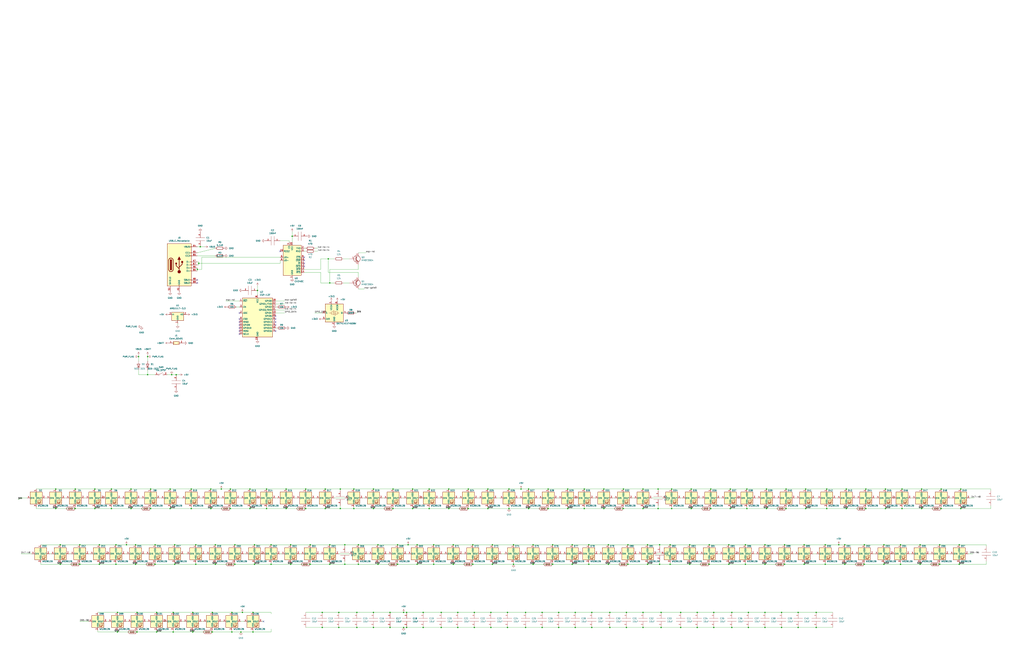
<source format=kicad_sch>
(kicad_sch (version 20211123) (generator eeschema)
  (paper "D")
  (junction (at 659.13 529.59))
  (junction (at 351.79 459.74))
  (junction (at 99.06 516.89))
  (junction (at 439.42 412.75))
  (junction (at 462.28 429.26))
  (junction (at 614.68 476.25))
  (junction (at 63.5 429.26))
  (junction (at 167.64 222.25))
  (junction (at 678.18 476.25))
  (junction (at 97.79 476.25))
  (junction (at 777.24 412.75))
  (junction (at 213.36 533.4))
  (junction (at 300.99 516.89))
  (junction (at 67.31 459.74))
  (junction (at 496.57 476.25))
  (junction (at 394.97 429.26))
  (junction (at 124.46 316.23))
  (junction (at 478.79 412.75))
  (junction (at 161.29 429.26))
  (junction (at 335.28 459.74))
  (junction (at 398.78 476.25))
  (junction (at 513.08 476.25))
  (junction (at 46.99 412.75))
  (junction (at 746.76 412.75))
  (junction (at 662.94 429.26))
  (junction (at 449.58 459.74))
  (junction (at 290.83 476.25))
  (junction (at 177.8 412.75))
  (junction (at 372.11 529.59))
  (junction (at 114.3 476.25))
  (junction (at 792.48 476.25))
  (junction (at 168.91 208.28))
  (junction (at 496.57 459.74))
  (junction (at 186.69 412.75))
  (junction (at 114.3 459.74))
  (junction (at 181.61 459.74))
  (junction (at 728.98 459.74))
  (junction (at 331.47 412.75))
  (junction (at 241.3 429.26))
  (junction (at 760.73 412.75))
  (junction (at 445.77 412.75))
  (junction (at 525.78 429.26))
  (junction (at 287.02 412.75))
  (junction (at 278.13 459.74))
  (junction (at 365.76 459.74))
  (junction (at 546.1 476.25))
  (junction (at 67.31 476.25))
  (junction (at 246.38 199.39))
  (junction (at 228.6 476.25))
  (junction (at 400.05 516.89))
  (junction (at 471.17 516.89))
  (junction (at 130.81 476.25))
  (junction (at 528.32 529.59))
  (junction (at 645.16 516.89))
  (junction (at 93.98 429.26))
  (junction (at 509.27 429.26))
  (junction (at 351.79 476.25))
  (junction (at 365.76 476.25))
  (junction (at 688.34 516.89))
  (junction (at 745.49 459.74))
  (junction (at 707.39 459.74))
  (junction (at 629.92 412.75))
  (junction (at 328.93 529.59))
  (junction (at 161.29 412.75))
  (junction (at 181.61 476.25))
  (junction (at 760.73 429.26))
  (junction (at 116.84 300.99))
  (junction (at 542.29 529.59))
  (junction (at 599.44 429.26))
  (junction (at 97.79 459.74))
  (junction (at 615.95 412.75))
  (junction (at 730.25 429.26))
  (junction (at 372.11 516.89))
  (junction (at 228.6 459.74))
  (junction (at 427.99 529.59))
  (junction (at 63.5 412.75))
  (junction (at 471.17 529.59))
  (junction (at 617.22 516.89))
  (junction (at 203.2 533.4))
  (junction (at 285.75 529.59))
  (junction (at 257.81 412.75))
  (junction (at 615.95 429.26))
  (junction (at 449.58 476.25))
  (junction (at 198.12 476.25))
  (junction (at 792.48 459.74))
  (junction (at 415.29 459.74))
  (junction (at 492.76 429.26))
  (junction (at 147.32 459.74))
  (junction (at 214.63 459.74))
  (junction (at 278.13 476.25))
  (junction (at 394.97 412.75))
  (junction (at 335.28 476.25))
  (junction (at 340.36 516.89))
  (junction (at 143.51 412.75))
  (junction (at 298.45 412.75))
  (junction (at 318.77 476.25))
  (junction (at 318.77 459.74))
  (junction (at 290.83 459.74))
  (junction (at 601.98 516.89))
  (junction (at 528.32 516.89))
  (junction (at 314.96 529.59))
  (junction (at 300.99 529.59))
  (junction (at 697.23 429.26))
  (junction (at 679.45 429.26))
  (junction (at 485.14 516.89))
  (junction (at 645.16 459.74))
  (junction (at 557.53 516.89))
  (junction (at 529.59 476.25))
  (junction (at 124.46 300.99))
  (junction (at 556.26 476.25))
  (junction (at 356.87 516.89))
  (junction (at 302.26 459.74))
  (junction (at 433.07 459.74))
  (junction (at 588.01 516.89))
  (junction (at 314.96 412.75))
  (junction (at 645.16 476.25))
  (junction (at 378.46 412.75))
  (junction (at 83.82 459.74))
  (junction (at 177.8 429.26))
  (junction (at 574.04 529.59))
  (junction (at 601.98 529.59))
  (junction (at 429.26 429.26))
  (junction (at 557.53 529.59))
  (junction (at 712.47 459.74))
  (junction (at 382.27 459.74))
  (junction (at 271.78 529.59))
  (junction (at 646.43 429.26))
  (junction (at 302.26 476.25))
  (junction (at 241.3 412.75))
  (junction (at 581.66 459.74))
  (junction (at 746.76 429.26))
  (junction (at 614.68 459.74))
  (junction (at 759.46 459.74))
  (junction (at 165.1 476.25))
  (junction (at 566.42 412.75))
  (junction (at 130.81 459.74))
  (junction (at 659.13 516.89))
  (junction (at 356.87 529.59))
  (junction (at 631.19 529.59))
  (junction (at 688.34 529.59))
  (junction (at 712.47 476.25))
  (junction (at 194.31 429.26))
  (junction (at 566.42 429.26))
  (junction (at 599.44 412.75))
  (junction (at 565.15 459.74))
  (junction (at 132.08 516.89))
  (junction (at 554.99 412.75))
  (junction (at 147.32 476.25))
  (junction (at 695.96 476.25))
  (junction (at 628.65 476.25))
  (junction (at 106.68 459.74))
  (junction (at 328.93 516.89))
  (junction (at 285.75 516.89))
  (junction (at 673.1 516.89))
  (junction (at 195.58 516.89))
  (junction (at 132.08 533.4))
  (junction (at 165.1 459.74))
  (junction (at 808.99 476.25))
  (junction (at 179.07 516.89))
  (junction (at 514.35 529.59))
  (junction (at 414.02 516.89))
  (junction (at 214.63 476.25))
  (junction (at 457.2 529.59))
  (junction (at 347.98 412.75))
  (junction (at 556.26 459.74))
  (junction (at 745.49 476.25))
  (junction (at 546.1 459.74))
  (junction (at 411.48 429.26))
  (junction (at 278.13 238.76))
  (junction (at 398.78 459.74))
  (junction (at 598.17 459.74))
  (junction (at 50.8 459.74))
  (junction (at 598.17 476.25))
  (junction (at 314.96 429.26))
  (junction (at 400.05 529.59))
  (junction (at 276.86 218.44))
  (junction (at 274.32 412.75))
  (junction (at 110.49 429.26))
  (junction (at 99.06 533.4))
  (junction (at 342.9 516.89))
  (junction (at 581.66 476.25))
  (junction (at 697.23 412.75))
  (junction (at 115.57 533.4))
  (junction (at 194.31 412.75))
  (junction (at 344.17 459.74))
  (junction (at 478.79 429.26))
  (junction (at 574.04 516.89))
  (junction (at 629.92 429.26))
  (junction (at 298.45 429.26))
  (junction (at 810.26 412.75))
  (junction (at 443.23 529.59))
  (junction (at 513.08 459.74))
  (junction (at 525.78 412.75))
  (junction (at 445.77 429.26))
  (junction (at 759.46 476.25))
  (junction (at 514.35 516.89))
  (junction (at 542.29 429.26))
  (junction (at 793.75 412.75))
  (junction (at 143.51 429.26))
  (junction (at 617.22 529.59))
  (junction (at 661.67 476.25))
  (junction (at 127 412.75))
  (junction (at 80.01 429.26))
  (junction (at 127 429.26))
  (junction (at 386.08 516.89))
  (junction (at 443.23 516.89))
  (junction (at 217.17 245.11))
  (junction (at 162.56 533.4))
  (junction (at 457.2 516.89))
  (junction (at 115.57 516.89))
  (junction (at 529.59 459.74))
  (junction (at 110.49 412.75))
  (junction (at 466.09 476.25))
  (junction (at 588.01 529.59))
  (junction (at 678.18 459.74))
  (junction (at 162.56 516.89))
  (junction (at 646.43 412.75))
  (junction (at 695.96 459.74))
  (junction (at 386.08 529.59))
  (junction (at 673.1 529.59))
  (junction (at 179.07 533.4))
  (junction (at 144.78 316.23))
  (junction (at 429.26 412.75))
  (junction (at 146.05 516.89))
  (junction (at 485.14 529.59))
  (junction (at 287.02 429.26))
  (junction (at 492.76 412.75))
  (junction (at 462.28 412.75))
  (junction (at 433.07 476.25))
  (junction (at 340.36 529.59))
  (junction (at 347.98 429.26))
  (junction (at 662.94 412.75))
  (junction (at 427.99 516.89))
  (junction (at 554.99 429.26))
  (junction (at 46.99 429.26))
  (junction (at 274.32 429.26))
  (junction (at 466.09 459.74))
  (junction (at 195.58 533.4))
  (junction (at 224.79 412.75))
  (junction (at 628.65 459.74))
  (junction (at 83.82 476.25))
  (junction (at 661.67 459.74))
  (junction (at 411.48 412.75))
  (junction (at 542.29 516.89))
  (junction (at 261.62 476.25))
  (junction (at 378.46 429.26))
  (junction (at 542.29 412.75))
  (junction (at 210.82 412.75))
  (junction (at 499.11 516.89))
  (junction (at 361.95 412.75))
  (junction (at 261.62 459.74))
  (junction (at 775.97 459.74))
  (junction (at 645.16 529.59))
  (junction (at 713.74 429.26))
  (junction (at 582.93 429.26))
  (junction (at 808.99 459.74))
  (junction (at 414.02 529.59))
  (junction (at 382.27 476.25))
  (junction (at 314.96 516.89))
  (junction (at 331.47 429.26))
  (junction (at 730.25 412.75))
  (junction (at 509.27 412.75))
  (junction (at 415.29 476.25))
  (junction (at 210.82 429.26))
  (junction (at 146.05 533.4))
  (junction (at 777.24 429.26))
  (junction (at 582.93 412.75))
  (junction (at 166.37 227.33))
  (junction (at 482.6 476.25))
  (junction (at 565.15 476.25))
  (junction (at 204.47 516.89))
  (junction (at 224.79 429.26))
  (junction (at 245.11 459.74))
  (junction (at 213.36 516.89))
  (junction (at 631.19 516.89))
  (junction (at 93.98 412.75))
  (junction (at 793.75 429.26))
  (junction (at 148.59 316.23))
  (junction (at 728.98 476.25))
  (junction (at 198.12 459.74))
  (junction (at 342.9 529.59))
  (junction (at 679.45 412.75))
  (junction (at 80.01 412.75))
  (junction (at 257.81 429.26))
  (junction (at 245.11 476.25))
  (junction (at 50.8 476.25))
  (junction (at 775.97 476.25))
  (junction (at 271.78 516.89))
  (junction (at 361.95 429.26))
  (junction (at 713.74 412.75))
  (junction (at 499.11 529.59))
  (junction (at 482.6 459.74))
  (junction (at 810.26 429.26))
  (no_connect (at 201.93 281.94))
  (no_connect (at 222.25 524.51))
  (no_connect (at 201.93 279.4))
  (no_connect (at 201.93 274.32))
  (no_connect (at 256.54 219.71))
  (no_connect (at 201.93 269.24))
  (no_connect (at 201.93 276.86))
  (no_connect (at 166.37 238.76))
  (no_connect (at 236.22 212.09))
  (no_connect (at 232.41 279.4))
  (no_connect (at 201.93 264.16))
  (no_connect (at 256.54 224.79))
  (no_connect (at 232.41 271.78))
  (no_connect (at 232.41 269.24))
  (no_connect (at 166.37 236.22))
  (no_connect (at 256.54 222.25))
  (no_connect (at 232.41 266.7))
  (no_connect (at 201.93 271.78))
  (no_connect (at 256.54 217.17))
  (no_connect (at 232.41 274.32))
  (wire (pts (xy 697.23 427.99) (xy 697.23 429.26)))
  (wire (pts (xy 496.57 459.74) (xy 513.08 459.74)))
  (wire (pts (xy 406.4 467.36) (xy 407.67 467.36)))
  (wire (pts (xy 678.18 459.74) (xy 695.96 459.74)))
  (wire (pts (xy 116.84 316.23) (xy 124.46 316.23)))
  (wire (pts (xy 67.31 474.98) (xy 67.31 476.25)))
  (wire (pts (xy 415.29 476.25) (xy 433.07 476.25)))
  (wire (pts (xy 97.79 459.74) (xy 106.68 459.74)))
  (wire (pts (xy 542.29 412.75) (xy 554.99 412.75)))
  (wire (pts (xy 445.77 412.75) (xy 462.28 412.75)))
  (wire (pts (xy 737.87 420.37) (xy 739.14 420.37)))
  (wire (pts (xy 168.91 420.37) (xy 170.18 420.37)))
  (wire (pts (xy 528.32 529.59) (xy 542.29 529.59)))
  (wire (pts (xy 132.08 516.89) (xy 146.05 516.89)))
  (wire (pts (xy 513.08 476.25) (xy 529.59 476.25)))
  (wire (pts (xy 220.98 467.36) (xy 222.25 467.36)))
  (wire (pts (xy 808.99 474.98) (xy 808.99 476.25)))
  (wire (pts (xy 784.86 420.37) (xy 786.13 420.37)))
  (wire (pts (xy 365.76 476.25) (xy 382.27 476.25)))
  (wire (pts (xy 138.43 467.36) (xy 139.7 467.36)))
  (wire (pts (xy 146.05 533.4) (xy 162.56 533.4)))
  (wire (pts (xy 271.78 516.89) (xy 285.75 516.89)))
  (wire (pts (xy 181.61 459.74) (xy 198.12 459.74)))
  (wire (pts (xy 433.07 474.98) (xy 433.07 476.25)))
  (wire (pts (xy 436.88 420.37) (xy 438.15 420.37)))
  (wire (pts (xy 116.84 312.42) (xy 116.84 316.23)))
  (wire (pts (xy 654.05 420.37) (xy 655.32 420.37)))
  (wire (pts (xy 130.81 459.74) (xy 147.32 459.74)))
  (wire (pts (xy 342.9 516.89) (xy 356.87 516.89)))
  (wire (pts (xy 599.44 429.26) (xy 615.95 429.26)))
  (wire (pts (xy 556.26 473.71) (xy 556.26 476.25)))
  (wire (pts (xy 509.27 429.26) (xy 509.27 427.99)))
  (wire (pts (xy 673.1 516.89) (xy 688.34 516.89)))
  (wire (pts (xy 557.53 516.89) (xy 574.04 516.89)))
  (wire (pts (xy 382.27 476.25) (xy 382.27 474.98)))
  (wire (pts (xy 546.1 459.74) (xy 556.26 459.74)))
  (wire (pts (xy 372.11 516.89) (xy 386.08 516.89)))
  (wire (pts (xy 429.26 429.26) (xy 445.77 429.26)))
  (wire (pts (xy 808.99 459.74) (xy 831.85 459.74)))
  (wire (pts (xy 153.67 524.51) (xy 154.94 524.51)))
  (wire (pts (xy 285.75 467.36) (xy 294.64 467.36)))
  (wire (pts (xy 554.99 426.72) (xy 554.99 429.26)))
  (wire (pts (xy 462.28 429.26) (xy 478.79 429.26)))
  (wire (pts (xy 365.76 474.98) (xy 365.76 476.25)))
  (wire (pts (xy 99.06 533.4) (xy 115.57 533.4)))
  (wire (pts (xy 181.61 476.25) (xy 198.12 476.25)))
  (wire (pts (xy 499.11 516.89) (xy 514.35 516.89)))
  (wire (pts (xy 114.3 476.25) (xy 130.81 476.25)))
  (wire (pts (xy 775.97 476.25) (xy 775.97 474.98)))
  (wire (pts (xy 290.83 476.25) (xy 302.26 476.25)))
  (wire (pts (xy 302.26 229.87) (xy 276.86 229.87)))
  (wire (pts (xy 147.32 459.74) (xy 165.1 459.74)))
  (wire (pts (xy 314.96 412.75) (xy 331.47 412.75)))
  (wire (pts (xy 298.45 412.75) (xy 314.96 412.75)))
  (wire (pts (xy 261.62 474.98) (xy 261.62 476.25)))
  (wire (pts (xy 394.97 412.75) (xy 411.48 412.75)))
  (wire (pts (xy 162.56 533.4) (xy 162.56 532.13)))
  (wire (pts (xy 41.91 467.36) (xy 43.18 467.36)))
  (wire (pts (xy 58.42 467.36) (xy 59.69 467.36)))
  (wire (pts (xy 63.5 429.26) (xy 80.01 429.26)))
  (wire (pts (xy 314.96 529.59) (xy 328.93 529.59)))
  (wire (pts (xy 101.6 420.37) (xy 102.87 420.37)))
  (wire (pts (xy 615.95 412.75) (xy 629.92 412.75)))
  (wire (pts (xy 143.51 427.99) (xy 143.51 429.26)))
  (wire (pts (xy 302.26 474.98) (xy 302.26 476.25)))
  (wire (pts (xy 130.81 476.25) (xy 147.32 476.25)))
  (wire (pts (xy 546.1 474.98) (xy 546.1 476.25)))
  (wire (pts (xy 753.11 420.37) (xy 754.38 420.37)))
  (wire (pts (xy 574.04 529.59) (xy 588.01 529.59)))
  (wire (pts (xy 82.55 533.4) (xy 99.06 533.4)))
  (wire (pts (xy 615.95 429.26) (xy 629.92 429.26)))
  (wire (pts (xy 318.77 476.25) (xy 318.77 474.98)))
  (wire (pts (xy 132.08 533.4) (xy 146.05 533.4)))
  (wire (pts (xy 466.09 476.25) (xy 482.6 476.25)))
  (wire (pts (xy 241.3 429.26) (xy 241.3 427.99)))
  (wire (pts (xy 148.59 316.23) (xy 151.13 316.23)))
  (wire (pts (xy 389.89 467.36) (xy 391.16 467.36)))
  (wire (pts (xy 607.06 420.37) (xy 608.33 420.37)))
  (wire (pts (xy 751.84 467.36) (xy 753.11 467.36)))
  (wire (pts (xy 80.01 427.99) (xy 80.01 429.26)))
  (wire (pts (xy 659.13 529.59) (xy 673.1 529.59)))
  (wire (pts (xy 195.58 516.89) (xy 204.47 516.89)))
  (wire (pts (xy 167.64 222.25) (xy 167.64 220.98)))
  (wire (pts (xy 800.1 467.36) (xy 801.37 467.36)))
  (wire (pts (xy 777.24 429.26) (xy 777.24 427.99)))
  (wire (pts (xy 245.11 459.74) (xy 261.62 459.74)))
  (wire (pts (xy 80.01 412.75) (xy 93.98 412.75)))
  (wire (pts (xy 440.69 467.36) (xy 441.96 467.36)))
  (wire (pts (xy 492.76 427.99) (xy 492.76 429.26)))
  (wire (pts (xy 203.2 533.4) (xy 213.36 533.4)))
  (wire (pts (xy 289.56 238.76) (xy 294.64 238.76)))
  (wire (pts (xy 217.17 241.3) (xy 217.17 245.11)))
  (wire (pts (xy 713.74 429.26) (xy 713.74 427.99)))
  (wire (pts (xy 198.12 476.25) (xy 214.63 476.25)))
  (wire (pts (xy 342.9 467.36) (xy 344.17 467.36)))
  (wire (pts (xy 466.09 459.74) (xy 482.6 459.74)))
  (wire (pts (xy 673.1 529.59) (xy 688.34 529.59)))
  (wire (pts (xy 645.16 516.89) (xy 659.13 516.89)))
  (wire (pts (xy 322.58 420.37) (xy 323.85 420.37)))
  (wire (pts (xy 471.17 529.59) (xy 485.14 529.59)))
  (wire (pts (xy 703.58 467.36) (xy 704.85 467.36)))
  (wire (pts (xy 210.82 429.26) (xy 224.79 429.26)))
  (wire (pts (xy 165.1 476.25) (xy 181.61 476.25)))
  (wire (pts (xy 427.99 516.89) (xy 443.23 516.89)))
  (wire (pts (xy 351.79 476.25) (xy 365.76 476.25)))
  (wire (pts (xy 241.3 412.75) (xy 257.81 412.75)))
  (wire (pts (xy 278.13 476.25) (xy 290.83 476.25)))
  (wire (pts (xy 347.98 429.26) (xy 361.95 429.26)))
  (wire (pts (xy 631.19 529.59) (xy 645.16 529.59)))
  (wire (pts (xy 496.57 474.98) (xy 496.57 476.25)))
  (wire (pts (xy 581.66 459.74) (xy 598.17 459.74)))
  (wire (pts (xy 462.28 427.99) (xy 462.28 429.26)))
  (wire (pts (xy 760.73 427.99) (xy 760.73 429.26)))
  (wire (pts (xy 267.97 209.55) (xy 265.43 209.55)))
  (wire (pts (xy 299.72 264.16) (xy 300.99 264.16)))
  (wire (pts (xy 210.82 412.75) (xy 224.79 412.75)))
  (wire (pts (xy 110.49 429.26) (xy 127 429.26)))
  (wire (pts (xy 529.59 474.98) (xy 529.59 476.25)))
  (wire (pts (xy 347.98 412.75) (xy 361.95 412.75)))
  (wire (pts (xy 342.9 529.59) (xy 356.87 529.59)))
  (wire (pts (xy 34.29 474.98) (xy 34.29 476.25)))
  (wire (pts (xy 628.65 459.74) (xy 645.16 459.74)))
  (wire (pts (xy 730.25 429.26) (xy 746.76 429.26)))
  (wire (pts (xy 549.91 420.37) (xy 558.8 420.37)))
  (wire (pts (xy 290.83 459.74) (xy 290.83 461.01)))
  (wire (pts (xy 688.34 529.59) (xy 702.31 529.59)))
  (wire (pts (xy 509.27 429.26) (xy 525.78 429.26)))
  (wire (pts (xy 194.31 429.26) (xy 210.82 429.26)))
  (wire (pts (xy 373.38 467.36) (xy 374.65 467.36)))
  (wire (pts (xy 114.3 476.25) (xy 114.3 474.98)))
  (wire (pts (xy 314.96 429.26) (xy 331.47 429.26)))
  (wire (pts (xy 285.75 529.59) (xy 300.99 529.59)))
  (wire (pts (xy 214.63 459.74) (xy 228.6 459.74)))
  (wire (pts (xy 121.92 467.36) (xy 123.19 467.36)))
  (wire (pts (xy 83.82 459.74) (xy 97.79 459.74)))
  (wire (pts (xy 793.75 429.26) (xy 810.26 429.26)))
  (wire (pts (xy 335.28 459.74) (xy 344.17 459.74)))
  (wire (pts (xy 228.6 516.89) (xy 228.6 518.16)))
  (wire (pts (xy 622.3 420.37) (xy 623.57 420.37)))
  (wire (pts (xy 566.42 427.99) (xy 566.42 429.26)))
  (wire (pts (xy 67.31 459.74) (xy 83.82 459.74)))
  (wire (pts (xy 793.75 412.75) (xy 810.26 412.75)))
  (wire (pts (xy 810.26 429.26) (xy 835.66 429.26)))
  (wire (pts (xy 261.62 459.74) (xy 278.13 459.74)))
  (wire (pts (xy 525.78 429.26) (xy 542.29 429.26)))
  (wire (pts (xy 528.32 516.89) (xy 542.29 516.89)))
  (wire (pts (xy 810.26 427.99) (xy 810.26 429.26)))
  (wire (pts (xy 670.56 420.37) (xy 671.83 420.37)))
  (wire (pts (xy 582.93 412.75) (xy 599.44 412.75)))
  (wire (pts (xy 525.78 427.99) (xy 525.78 429.26)))
  (wire (pts (xy 745.49 474.98) (xy 745.49 476.25)))
  (wire (pts (xy 554.99 429.26) (xy 566.42 429.26)))
  (wire (pts (xy 775.97 459.74) (xy 792.48 459.74)))
  (wire (pts (xy 166.37 213.36) (xy 181.61 209.55)))
  (wire (pts (xy 289.56 218.44) (xy 294.64 218.44)))
  (wire (pts (xy 496.57 476.25) (xy 513.08 476.25)))
  (wire (pts (xy 617.22 529.59) (xy 631.19 529.59)))
  (wire (pts (xy 378.46 429.26) (xy 378.46 427.99)))
  (wire (pts (xy 123.19 524.51) (xy 124.46 524.51)))
  (wire (pts (xy 637.54 420.37) (xy 638.81 420.37)))
  (wire (pts (xy 132.08 532.13) (xy 132.08 533.4)))
  (wire (pts (xy 143.51 429.26) (xy 161.29 429.26)))
  (wire (pts (xy 835.66 426.72) (xy 835.66 429.26)))
  (wire (pts (xy 601.98 529.59) (xy 617.22 529.59)))
  (wire (pts (xy 354.33 420.37) (xy 355.6 420.37)))
  (wire (pts (xy 340.36 529.59) (xy 342.9 529.59)))
  (wire (pts (xy 767.08 467.36) (xy 768.35 467.36)))
  (wire (pts (xy 645.16 476.25) (xy 645.16 474.98)))
  (wire (pts (xy 232.41 259.08) (xy 233.68 259.08)))
  (wire (pts (xy 90.17 467.36) (xy 91.44 467.36)))
  (wire (pts (xy 256.54 209.55) (xy 257.81 209.55)))
  (wire (pts (xy 542.29 427.99) (xy 542.29 429.26)))
  (wire (pts (xy 433.07 459.74) (xy 449.58 459.74)))
  (wire (pts (xy 161.29 427.99) (xy 161.29 429.26)))
  (wire (pts (xy 565.15 459.74) (xy 581.66 459.74)))
  (wire (pts (xy 679.45 427.99) (xy 679.45 429.26)))
  (wire (pts (xy 615.95 427.99) (xy 615.95 429.26)))
  (wire (pts (xy 318.77 459.74) (xy 335.28 459.74)))
  (wire (pts (xy 344.17 459.74) (xy 351.79 459.74)))
  (wire (pts (xy 166.37 220.98) (xy 167.64 220.98)))
  (wire (pts (xy 695.96 476.25) (xy 712.47 476.25)))
  (wire (pts (xy 760.73 429.26) (xy 777.24 429.26)))
  (wire (pts (xy 278.13 238.76) (xy 281.94 238.76)))
  (wire (pts (xy 351.79 459.74) (xy 365.76 459.74)))
  (wire (pts (xy 198.12 459.74) (xy 214.63 459.74)))
  (wire (pts (xy 661.67 476.25) (xy 678.18 476.25)))
  (wire (pts (xy 257.81 412.75) (xy 274.32 412.75)))
  (wire (pts (xy 177.8 412.75) (xy 186.69 412.75)))
  (wire (pts (xy 214.63 476.25) (xy 228.6 476.25)))
  (wire (pts (xy 270.51 227.33) (xy 270.51 218.44)))
  (wire (pts (xy 318.77 476.25) (xy 335.28 476.25)))
  (wire (pts (xy 256.54 227.33) (xy 270.51 227.33)))
  (wire (pts (xy 504.19 467.36) (xy 505.46 467.36)))
  (wire (pts (xy 768.35 420.37) (xy 769.62 420.37)))
  (wire (pts (xy 93.98 429.26) (xy 110.49 429.26)))
  (wire (pts (xy 314.96 516.89) (xy 328.93 516.89)))
  (wire (pts (xy 556.26 459.74) (xy 556.26 461.01)))
  (wire (pts (xy 554.99 412.75) (xy 554.99 414.02)))
  (wire (pts (xy 287.02 412.75) (xy 298.45 412.75)))
  (wire (pts (xy 514.35 529.59) (xy 528.32 529.59)))
  (wire (pts (xy 97.79 474.98) (xy 97.79 476.25)))
  (wire (pts (xy 130.81 474.98) (xy 130.81 476.25)))
  (wire (pts (xy 124.46 299.72) (xy 124.46 300.99)))
  (wire (pts (xy 143.51 412.75) (xy 161.29 412.75)))
  (wire (pts (xy 154.94 467.36) (xy 157.48 467.36)))
  (wire (pts (xy 661.67 459.74) (xy 678.18 459.74)))
  (wire (pts (xy 232.41 254) (xy 240.03 254)))
  (wire (pts (xy 50.8 476.25) (xy 50.8 474.98)))
  (wire (pts (xy 67.31 476.25) (xy 83.82 476.25)))
  (wire (pts (xy 83.82 476.25) (xy 97.79 476.25)))
  (wire (pts (xy 177.8 429.26) (xy 194.31 429.26)))
  (wire (pts (xy 328.93 516.89) (xy 340.36 516.89)))
  (wire (pts (xy 328.93 529.59) (xy 340.36 529.59)))
  (wire (pts (xy 372.11 529.59) (xy 386.08 529.59)))
  (wire (pts (xy 429.26 412.75) (xy 439.42 412.75)))
  (wire (pts (xy 147.32 474.98) (xy 147.32 476.25)))
  (wire (pts (xy 598.17 474.98) (xy 598.17 476.25)))
  (wire (pts (xy 661.67 474.98) (xy 661.67 476.25)))
  (wire (pts (xy 745.49 476.25) (xy 759.46 476.25)))
  (wire (pts (xy 746.76 427.99) (xy 746.76 429.26)))
  (wire (pts (xy 228.6 476.25) (xy 245.11 476.25)))
  (wire (pts (xy 99.06 533.4) (xy 99.06 532.13)))
  (wire (pts (xy 63.5 412.75) (xy 80.01 412.75)))
  (wire (pts (xy 400.05 529.59) (xy 414.02 529.59)))
  (wire (pts (xy 792.48 476.25) (xy 808.99 476.25)))
  (wire (pts (xy 629.92 427.99) (xy 629.92 429.26)))
  (wire (pts (xy 556.26 476.25) (xy 565.15 476.25)))
  (wire (pts (xy 213.36 532.13) (xy 213.36 533.4)))
  (wire (pts (xy 415.29 459.74) (xy 433.07 459.74)))
  (wire (pts (xy 659.13 516.89) (xy 673.1 516.89)))
  (wire (pts (xy 213.36 533.4) (xy 228.6 533.4)))
  (wire (pts (xy 189.23 467.36) (xy 190.5 467.36)))
  (wire (pts (xy 721.36 420.37) (xy 722.63 420.37)))
  (wire (pts (xy 245.11 476.25) (xy 245.11 474.98)))
  (wire (pts (xy 695.96 474.98) (xy 695.96 476.25)))
  (wire (pts (xy 232.41 276.86) (xy 233.68 276.86)))
  (wire (pts (xy 588.01 516.89) (xy 601.98 516.89)))
  (wire (pts (xy 646.43 429.26) (xy 646.43 427.99)))
  (wire (pts (xy 115.57 516.89) (xy 132.08 516.89)))
  (wire (pts (xy 50.8 476.25) (xy 67.31 476.25)))
  (wire (pts (xy 566.42 412.75) (xy 582.93 412.75)))
  (wire (pts (xy 572.77 467.36) (xy 574.04 467.36)))
  (wire (pts (xy 248.92 420.37) (xy 250.19 420.37)))
  (wire (pts (xy 688.34 516.89) (xy 702.31 516.89)))
  (wire (pts (xy 356.87 529.59) (xy 372.11 529.59)))
  (wire (pts (xy 482.6 474.98) (xy 482.6 476.25)))
  (wire (pts (xy 236.22 467.36) (xy 237.49 467.36)))
  (wire (pts (xy 246.38 195.58) (xy 246.38 199.39)))
  (wire (pts (xy 276.86 218.44) (xy 281.94 218.44)))
  (wire (pts (xy 590.55 420.37) (xy 591.82 420.37)))
  (wire (pts (xy 419.1 420.37) (xy 421.64 420.37)))
  (wire (pts (xy 220.98 524.51) (xy 222.25 524.51)))
  (wire (pts (xy 614.68 459.74) (xy 628.65 459.74)))
  (wire (pts (xy 290.83 459.74) (xy 302.26 459.74)))
  (wire (pts (xy 228.6 533.4) (xy 228.6 530.86)))
  (wire (pts (xy 265.43 420.37) (xy 266.7 420.37)))
  (wire (pts (xy 298.45 427.99) (xy 298.45 429.26)))
  (wire (pts (xy 110.49 429.26) (xy 110.49 427.99)))
  (wire (pts (xy 181.61 476.25) (xy 181.61 474.98)))
  (wire (pts (xy 542.29 516.89) (xy 557.53 516.89)))
  (wire (pts (xy 598.17 476.25) (xy 614.68 476.25)))
  (wire (pts (xy 730.25 427.99) (xy 730.25 429.26)))
  (wire (pts (xy 537.21 467.36) (xy 538.48 467.36)))
  (wire (pts (xy 161.29 429.26) (xy 177.8 429.26)))
  (wire (pts (xy 63.5 427.99) (xy 63.5 429.26)))
  (wire (pts (xy 759.46 474.98) (xy 759.46 476.25)))
  (wire (pts (xy 240.03 264.16) (xy 232.41 264.16)))
  (wire (pts (xy 179.07 533.4) (xy 195.58 533.4)))
  (wire (pts (xy 172.72 208.28) (xy 168.91 208.28)))
  (wire (pts (xy 127 429.26) (xy 143.51 429.26)))
  (wire (pts (xy 271.78 529.59) (xy 285.75 529.59)))
  (wire (pts (xy 400.05 516.89) (xy 414.02 516.89)))
  (wire (pts (xy 614.68 476.25) (xy 628.65 476.25)))
  (wire (pts (xy 565.15 476.25) (xy 581.66 476.25)))
  (wire (pts (xy 378.46 412.75) (xy 394.97 412.75)))
  (wire (pts (xy 499.11 529.59) (xy 514.35 529.59)))
  (wire (pts (xy 257.81 516.89) (xy 271.78 516.89)))
  (wire (pts (xy 179.07 516.89) (xy 195.58 516.89)))
  (wire (pts (xy 278.13 474.98) (xy 278.13 476.25)))
  (wire (pts (xy 662.94 427.99) (xy 662.94 429.26)))
  (wire (pts (xy 144.78 316.23) (xy 148.59 316.23)))
  (wire (pts (xy 241.3 429.26) (xy 257.81 429.26)))
  (wire (pts (xy 116.84 299.72) (xy 116.84 300.99)))
  (wire (pts (xy 287.02 412.75) (xy 287.02 414.02)))
  (wire (pts (xy 245.11 476.25) (xy 261.62 476.25)))
  (wire (pts (xy 492.76 412.75) (xy 509.27 412.75)))
  (wire (pts (xy 306.07 420.37) (xy 307.34 420.37)))
  (wire (pts (xy 217.17 420.37) (xy 218.44 420.37)))
  (wire (pts (xy 347.98 427.99) (xy 347.98 429.26)))
  (wire (pts (xy 542.29 429.26) (xy 554.99 429.26)))
  (wire (pts (xy 170.18 227.33) (xy 166.37 227.33)))
  (wire (pts (xy 99.06 516.89) (xy 115.57 516.89)))
  (wire (pts (xy 629.92 429.26) (xy 646.43 429.26)))
  (wire (pts (xy 256.54 212.09) (xy 257.81 212.09)))
  (wire (pts (xy 817.88 420.37) (xy 821.69 420.37)))
  (wire (pts (xy 252.73 467.36) (xy 254 467.36)))
  (wire (pts (xy 146.05 532.13) (xy 146.05 533.4)))
  (wire (pts (xy 201.93 420.37) (xy 203.2 420.37)))
  (wire (pts (xy 679.45 412.75) (xy 697.23 412.75)))
  (wire (pts (xy 270.51 229.87) (xy 270.51 238.76)))
  (wire (pts (xy 276.86 229.87) (xy 276.86 218.44)))
  (wire (pts (xy 628.65 476.25) (xy 645.16 476.25)))
  (wire (pts (xy 106.68 524.51) (xy 107.95 524.51)))
  (wire (pts (xy 482.6 476.25) (xy 496.57 476.25)))
  (wire (pts (xy 30.48 427.99) (xy 30.48 429.26)))
  (wire (pts (xy 565.15 474.98) (xy 565.15 476.25)))
  (wire (pts (xy 746.76 429.26) (xy 760.73 429.26)))
  (wire (pts (xy 93.98 427.99) (xy 93.98 429.26)))
  (wire (pts (xy 38.1 420.37) (xy 39.37 420.37)))
  (wire (pts (xy 662.94 412.75) (xy 679.45 412.75)))
  (wire (pts (xy 224.79 427.99) (xy 224.79 429.26)))
  (wire (pts (xy 759.46 476.25) (xy 775.97 476.25)))
  (wire (pts (xy 300.99 516.89) (xy 314.96 516.89)))
  (wire (pts (xy 471.17 516.89) (xy 485.14 516.89)))
  (wire (pts (xy 285.75 516.89) (xy 300.99 516.89)))
  (wire (pts (xy 466.09 474.98) (xy 466.09 476.25)))
  (wire (pts (xy 445.77 429.26) (xy 445.77 427.99)))
  (wire (pts (xy 478.79 429.26) (xy 492.76 429.26)))
  (wire (pts (xy 713.74 429.26) (xy 730.25 429.26)))
  (wire (pts (xy 232.41 420.37) (xy 233.68 420.37)))
  (wire (pts (xy 124.46 312.42) (xy 124.46 316.23)))
  (wire (pts (xy 588.01 529.59) (xy 601.98 529.59)))
  (wire (pts (xy 514.35 516.89) (xy 528.32 516.89)))
  (wire (pts (xy 93.98 412.75) (xy 110.49 412.75)))
  (wire (pts (xy 331.47 412.75) (xy 347.98 412.75)))
  (wire (pts (xy 685.8 467.36) (xy 688.34 467.36)))
  (wire (pts (xy 17.78 420.37) (xy 22.86 420.37)))
  (wire (pts (xy 662.94 429.26) (xy 679.45 429.26)))
  (wire (pts (xy 621.03 467.36) (xy 622.3 467.36)))
  (wire (pts (xy 394.97 427.99) (xy 394.97 429.26)))
  (wire (pts (xy 793.75 427.99) (xy 793.75 429.26)))
  (wire (pts (xy 326.39 467.36) (xy 327.66 467.36)))
  (wire (pts (xy 411.48 427.99) (xy 411.48 429.26)))
  (wire (pts (xy 816.61 467.36) (xy 820.42 467.36)))
  (wire (pts (xy 589.28 467.36) (xy 590.55 467.36)))
  (wire (pts (xy 478.79 412.75) (xy 492.76 412.75)))
  (wire (pts (xy 457.2 467.36) (xy 458.47 467.36)))
  (wire (pts (xy 557.53 529.59) (xy 574.04 529.59)))
  (wire (pts (xy 274.32 427.99) (xy 274.32 429.26)))
  (wire (pts (xy 30.48 429.26) (xy 46.99 429.26)))
  (wire (pts (xy 485.14 529.59) (xy 499.11 529.59)))
  (wire (pts (xy 106.68 459.74) (xy 114.3 459.74)))
  (wire (pts (xy 449.58 476.25) (xy 449.58 474.98)))
  (wire (pts (xy 574.04 420.37) (xy 575.31 420.37)))
  (wire (pts (xy 598.17 459.74) (xy 614.68 459.74)))
  (wire (pts (xy 166.37 227.33) (xy 166.37 226.06)))
  (wire (pts (xy 783.59 467.36) (xy 784.86 467.36)))
  (wire (pts (xy 115.57 532.13) (xy 115.57 533.4)))
  (wire (pts (xy 146.05 516.89) (xy 162.56 516.89)))
  (wire (pts (xy 302.26 476.25) (xy 318.77 476.25)))
  (wire (pts (xy 71.12 420.37) (xy 72.39 420.37)))
  (wire (pts (xy 554.99 412.75) (xy 566.42 412.75)))
  (wire (pts (xy 246.38 199.39) (xy 246.38 204.47)))
  (wire (pts (xy 707.39 459.74) (xy 712.47 459.74)))
  (wire (pts (xy 127 427.99) (xy 127 429.26)))
  (wire (pts (xy 80.01 429.26) (xy 93.98 429.26)))
  (wire (pts (xy 34.29 459.74) (xy 50.8 459.74)))
  (wire (pts (xy 335.28 474.98) (xy 335.28 476.25)))
  (wire (pts (xy 453.39 420.37) (xy 454.66 420.37)))
  (wire (pts (xy 835.66 412.75) (xy 835.66 414.02)))
  (wire (pts (xy 194.31 412.75) (xy 210.82 412.75)))
  (wire (pts (xy 270.51 218.44) (xy 276.86 218.44)))
  (wire (pts (xy 124.46 300.99) (xy 124.46 304.8)))
  (wire (pts (xy 190.5 254) (xy 201.93 254)))
  (wire (pts (xy 433.07 476.25) (xy 449.58 476.25)))
  (wire (pts (xy 358.14 467.36) (xy 359.41 467.36)))
  (wire (pts (xy 257.81 429.26) (xy 274.32 429.26)))
  (wire (pts (xy 520.7 467.36) (xy 521.97 467.36)))
  (wire (pts (xy 678.18 476.25) (xy 695.96 476.25)))
  (wire (pts (xy 601.98 516.89) (xy 617.22 516.89)))
  (wire (pts (xy 82.55 532.13) (xy 82.55 533.4)))
  (wire (pts (xy 170.18 217.17) (xy 170.18 227.33)))
  (wire (pts (xy 605.79 467.36) (xy 607.06 467.36)))
  (wire (pts (xy 457.2 529.59) (xy 471.17 529.59)))
  (wire (pts (xy 298.45 429.26) (xy 314.96 429.26)))
  (wire (pts (xy 278.13 227.33) (xy 278.13 238.76)))
  (wire (pts (xy 361.95 429.26) (xy 378.46 429.26)))
  (wire (pts (xy 775.97 476.25) (xy 792.48 476.25)))
  (wire (pts (xy 232.41 261.62) (xy 240.03 261.62)))
  (wire (pts (xy 115.57 533.4) (xy 132.08 533.4)))
  (wire (pts (xy 697.23 429.26) (xy 713.74 429.26)))
  (wire (pts (xy 167.64 223.52) (xy 167.64 222.25)))
  (wire (pts (xy 179.07 532.13) (xy 179.07 533.4)))
  (wire (pts (xy 411.48 412.75) (xy 429.26 412.75)))
  (wire (pts (xy 636.27 467.36) (xy 637.54 467.36)))
  (wire (pts (xy 140.97 316.23) (xy 144.78 316.23)))
  (wire (pts (xy 302.26 213.36) (xy 308.61 213.36)))
  (wire (pts (xy 553.72 467.36) (xy 557.53 467.36)))
  (wire (pts (xy 287.02 426.72) (xy 287.02 429.26)))
  (wire (pts (xy 574.04 516.89) (xy 588.01 516.89)))
  (wire (pts (xy 210.82 427.99) (xy 210.82 429.26)))
  (wire (pts (xy 168.91 208.28) (xy 166.37 208.28)))
  (wire (pts (xy 236.22 222.25) (xy 236.22 219.71)))
  (wire (pts (xy 566.42 429.26) (xy 582.93 429.26)))
  (wire (pts (xy 265.43 264.16) (xy 271.78 264.16)))
  (wire (pts (xy 138.43 524.51) (xy 139.7 524.51)))
  (wire (pts (xy 449.58 476.25) (xy 466.09 476.25)))
  (wire (pts (xy 228.6 459.74) (xy 245.11 459.74)))
  (wire (pts (xy 439.42 412.75) (xy 445.77 412.75)))
  (wire (pts (xy 213.36 516.89) (xy 228.6 516.89)))
  (wire (pts (xy 261.62 476.25) (xy 278.13 476.25)))
  (wire (pts (xy 166.37 223.52) (xy 167.64 223.52)))
  (wire (pts (xy 533.4 420.37) (xy 534.67 420.37)))
  (wire (pts (xy 712.47 476.25) (xy 712.47 474.98)))
  (wire (pts (xy 414.02 516.89) (xy 427.99 516.89)))
  (wire (pts (xy 236.22 217.17) (xy 170.18 217.17)))
  (wire (pts (xy 679.45 429.26) (xy 697.23 429.26)))
  (wire (pts (xy 581.66 476.25) (xy 581.66 474.98)))
  (wire (pts (xy 339.09 420.37) (xy 340.36 420.37)))
  (wire (pts (xy 356.87 516.89) (xy 372.11 516.89)))
  (wire (pts (xy 422.91 467.36) (xy 425.45 467.36)))
  (wire (pts (xy 124.46 316.23) (xy 130.81 316.23)))
  (wire (pts (xy 513.08 459.74) (xy 529.59 459.74)))
  (wire (pts (xy 167.64 222.25) (xy 236.22 222.25)))
  (wire (pts (xy 302.26 227.33) (xy 278.13 227.33)))
  (wire (pts (xy 746.76 412.75) (xy 760.73 412.75)))
  (wire (pts (xy 645.16 459.74) (xy 661.67 459.74)))
  (wire (pts (xy 516.89 420.37) (xy 518.16 420.37)))
  (wire (pts (xy 369.57 420.37) (xy 370.84 420.37)))
  (wire (pts (xy 777.24 412.75) (xy 793.75 412.75)))
  (wire (pts (xy 151.13 420.37) (xy 153.67 420.37)))
  (wire (pts (xy 443.23 529.59) (xy 457.2 529.59)))
  (wire (pts (xy 110.49 412.75) (xy 127 412.75)))
  (wire (pts (xy 82.55 516.89) (xy 99.06 516.89)))
  (wire (pts (xy 46.99 429.26) (xy 63.5 429.26)))
  (wire (pts (xy 478.79 427.99) (xy 478.79 429.26)))
  (wire (pts (xy 745.49 459.74) (xy 759.46 459.74)))
  (wire (pts (xy 232.41 256.54) (xy 240.03 256.54)))
  (wire (pts (xy 351.79 474.98) (xy 351.79 476.25)))
  (wire (pts (xy 728.98 459.74) (xy 745.49 459.74)))
  (wire (pts (xy 646.43 412.75) (xy 662.94 412.75)))
  (wire (pts (xy 205.74 467.36) (xy 207.01 467.36)))
  (wire (pts (xy 302.26 223.52) (xy 302.26 227.33)))
  (wire (pts (xy 185.42 420.37) (xy 186.69 420.37)))
  (wire (pts (xy 67.31 524.51) (xy 74.93 524.51)))
  (wire (pts (xy 529.59 459.74) (xy 546.1 459.74)))
  (wire (pts (xy 30.48 412.75) (xy 46.99 412.75)))
  (wire (pts (xy 457.2 516.89) (xy 471.17 516.89)))
  (wire (pts (xy 267.97 212.09) (xy 265.43 212.09)))
  (wire (pts (xy 203.2 524.51) (xy 205.74 524.51)))
  (wire (pts (xy 54.61 420.37) (xy 55.88 420.37)))
  (wire (pts (xy 720.09 467.36) (xy 721.36 467.36)))
  (wire (pts (xy 669.29 467.36) (xy 670.56 467.36)))
  (wire (pts (xy 525.78 412.75) (xy 542.29 412.75)))
  (wire (pts (xy 97.79 476.25) (xy 114.3 476.25)))
  (wire (pts (xy 382.27 476.25) (xy 398.78 476.25)))
  (wire (pts (xy 759.46 459.74) (xy 775.97 459.74)))
  (wire (pts (xy 382.27 459.74) (xy 398.78 459.74)))
  (wire (pts (xy 398.78 476.25) (xy 415.29 476.25)))
  (wire (pts (xy 777.24 429.26) (xy 793.75 429.26)))
  (wire (pts (xy 309.88 467.36) (xy 311.15 467.36)))
  (wire (pts (xy 386.08 420.37) (xy 387.35 420.37)))
  (wire (pts (xy 217.17 245.11) (xy 217.17 248.92)))
  (wire (pts (xy 469.9 420.37) (xy 471.17 420.37)))
  (wire (pts (xy 730.25 412.75) (xy 746.76 412.75)))
  (wire (pts (xy 278.13 459.74) (xy 290.83 459.74)))
  (wire (pts (xy 172.72 467.36) (xy 173.99 467.36)))
  (wire (pts (xy 414.02 529.59) (xy 427.99 529.59)))
  (wire (pts (xy 645.16 529.59) (xy 659.13 529.59)))
  (wire (pts (xy 147.32 476.25) (xy 165.1 476.25)))
  (wire (pts (xy 386.08 529.59) (xy 400.05 529.59)))
  (wire (pts (xy 462.28 412.75) (xy 478.79 412.75)))
  (wire (pts (xy 74.93 467.36) (xy 76.2 467.36)))
  (wire (pts (xy 411.48 429.26) (xy 429.26 429.26)))
  (wire (pts (xy 274.32 429.26) (xy 287.02 429.26)))
  (wire (pts (xy 678.18 474.98) (xy 678.18 476.25)))
  (wire (pts (xy 302.26 459.74) (xy 318.77 459.74)))
  (wire (pts (xy 582.93 429.26) (xy 582.93 427.99)))
  (wire (pts (xy 629.92 412.75) (xy 646.43 412.75)))
  (wire (pts (xy 449.58 459.74) (xy 466.09 459.74)))
  (wire (pts (xy 485.14 516.89) (xy 499.11 516.89)))
  (wire (pts (xy 340.36 516.89) (xy 342.9 516.89)))
  (wire (pts (xy 290.83 473.71) (xy 290.83 476.25)))
  (wire (pts (xy 257.81 427.99) (xy 257.81 429.26)))
  (wire (pts (xy 224.79 429.26) (xy 241.3 429.26)))
  (wire (pts (xy 556.26 459.74) (xy 565.15 459.74)))
  (wire (pts (xy 415.29 474.98) (xy 415.29 476.25)))
  (wire (pts (xy 195.58 532.13) (xy 195.58 533.4)))
  (wire (pts (xy 257.81 529.59) (xy 271.78 529.59)))
  (wire (pts (xy 445.77 429.26) (xy 462.28 429.26)))
  (wire (pts (xy 427.99 529.59) (xy 443.23 529.59)))
  (wire (pts (xy 695.96 459.74) (xy 707.39 459.74)))
  (wire (pts (xy 500.38 420.37) (xy 501.65 420.37)))
  (wire (pts (xy 617.22 516.89) (xy 631.19 516.89)))
  (wire (pts (xy 149.86 274.32) (xy 149.86 273.05)))
  (wire (pts (xy 127 412.75) (xy 143.51 412.75)))
  (wire (pts (xy 361.95 412.75) (xy 378.46 412.75)))
  (wire (pts (xy 831.85 476.25) (xy 831.85 473.71)))
  (wire (pts (xy 631.19 516.89) (xy 645.16 516.89)))
  (wire (pts (xy 728.98 476.25) (xy 745.49 476.25)))
  (wire (pts (xy 214.63 474.98) (xy 214.63 476.25)))
  (wire (pts (xy 542.29 529.59) (xy 557.53 529.59)))
  (wire (pts (xy 378.46 429.26) (xy 394.97 429.26)))
  (wire (pts (xy 728.98 474.98) (xy 728.98 476.25)))
  (wire (pts (xy 581.66 476.25) (xy 598.17 476.25)))
  (wire (pts (xy 116.84 300.99) (xy 116.84 304.8)))
  (wire (pts (xy 177.8 429.26) (xy 177.8 427.99)))
  (wire (pts (xy 713.74 412.75) (xy 730.25 412.75)))
  (wire (pts (xy 90.17 524.51) (xy 91.44 524.51)))
  (wire (pts (xy 546.1 476.25) (xy 556.26 476.25)))
  (wire (pts (xy 808.99 476.25) (xy 831.85 476.25)))
  (wire (pts (xy 646.43 429.26) (xy 662.94 429.26)))
  (wire (pts (xy 46.99 429.26) (xy 46.99 427.99)))
  (wire (pts (xy 335.28 476.25) (xy 351.79 476.25)))
  (wire (pts (xy 398.78 459.74) (xy 415.29 459.74)))
  (wire (pts (xy 599.44 427.99) (xy 599.44 429.26)))
  (wire (pts (xy 134.62 420.37) (xy 135.89 420.37)))
  (wire (pts (xy 697.23 412.75) (xy 713.74 412.75)))
  (wire (pts (xy 443.23 516.89) (xy 457.2 516.89)))
  (wire (pts (xy 165.1 459.74) (xy 181.61 459.74)))
  (wire (pts (xy 118.11 420.37) (xy 119.38 420.37)))
  (wire (pts (xy 361.95 427.99) (xy 361.95 429.26)))
  (wire (pts (xy 485.14 420.37) (xy 486.41 420.37)))
  (wire (pts (xy 195.58 533.4) (xy 203.2 533.4)))
  (wire (pts (xy 83.82 474.98) (xy 83.82 476.25)))
  (wire (pts (xy 287.02 429.26) (xy 298.45 429.26)))
  (wire (pts (xy 186.69 412.75) (xy 194.31 412.75)))
  (wire (pts (xy 801.37 420.37) (xy 802.64 420.37)))
  (wire (pts (xy 704.85 420.37) (xy 706.12 420.37)))
  (wire (pts (xy 162.56 533.4) (xy 179.07 533.4)))
  (wire (pts (xy 270.51 238.76) (xy 278.13 238.76)))
  (wire (pts (xy 509.27 412.75) (xy 525.78 412.75)))
  (wire (pts (xy 300.99 529.59) (xy 314.96 529.59)))
  (wire (pts (xy 50.8 459.74) (xy 67.31 459.74)))
  (wire (pts (xy 687.07 420.37) (xy 689.61 420.37)))
  (wire (pts (xy 186.69 524.51) (xy 187.96 524.51)))
  (wire (pts (xy 236.22 203.2) (xy 243.84 203.2)))
  (wire (pts (xy 302.26 243.84) (xy 307.34 243.84)))
  (wire (pts (xy 331.47 427.99) (xy 331.47 429.26)))
  (wire (pts (xy 736.6 467.36) (xy 737.87 467.36)))
  (wire (pts (xy 492.76 429.26) (xy 509.27 429.26)))
  (wire (pts (xy 513.08 476.25) (xy 513.08 474.98)))
  (wire (pts (xy 810.26 412.75) (xy 835.66 412.75)))
  (wire (pts (xy 398.78 474.98) (xy 398.78 476.25)))
  (wire (pts (xy 274.32 412.75) (xy 287.02 412.75)))
  (wire (pts (xy 652.78 467.36) (xy 654.05 467.36)))
  (wire (pts (xy 386.08 516.89) (xy 400.05 516.89)))
  (wire (pts (xy 170.18 524.51) (xy 171.45 524.51)))
  (wire (pts (xy 314.96 429.26) (xy 314.96 427.99)))
  (wire (pts (xy 712.47 459.74) (xy 728.98 459.74)))
  (wire (pts (xy 165.1 474.98) (xy 165.1 476.25)))
  (wire (pts (xy 114.3 459.74) (xy 130.81 459.74)))
  (wire (pts (xy 792.48 474.98) (xy 792.48 476.25)))
  (wire (pts (xy 473.71 467.36) (xy 474.98 467.36)))
  (wire (pts (xy 402.59 420.37) (xy 403.86 420.37)))
  (wire (pts (xy 46.99 412.75) (xy 63.5 412.75)))
  (wire (pts (xy 256.54 229.87) (xy 270.51 229.87)))
  (wire (pts (xy 166.37 227.33) (xy 166.37 228.6)))
  (wire (pts (xy 199.39 259.08) (xy 201.93 259.08)))
  (wire (pts (xy 302.26 233.68) (xy 302.26 229.87)))
  (wire (pts (xy 582.93 429.26) (xy 599.44 429.26)))
  (wire (pts (xy 34.29 476.25) (xy 50.8 476.25)))
  (wire (pts (xy 105.41 467.36) (xy 106.68 467.36)))
  (wire (pts (xy 792.48 459.74) (xy 808.99 459.74)))
  (wire (pts (xy 228.6 474.98) (xy 228.6 476.25)))
  (wire (pts (xy 224.79 412.75) (xy 241.3 412.75)))
  (wire (pts (xy 429.26 427.99) (xy 429.26 429.26)))
  (wire (pts (xy 194.31 427.99) (xy 194.31 429.26)))
  (wire (pts (xy 645.16 476.25) (xy 661.67 476.25)))
  (wire (pts (xy 17.78 467.36) (xy 26.67 467.36)))
  (wire (pts (xy 204.47 516.89) (xy 213.36 516.89)))
  (wire (pts (xy 166.37 215.9) (xy 181.61 215.9)))
  (wire (pts (xy 198.12 474.98) (xy 198.12 476.25)))
  (wire (pts (xy 488.95 467.36) (xy 490.22 467.36)))
  (wire (pts (xy 394.97 429.26) (xy 411.48 429.26)))
  (wire (pts (xy 365.76 459.74) (xy 382.27 459.74)))
  (wire (pts (xy 161.29 412.75) (xy 177.8 412.75)))
  (wire (pts (xy 712.47 476.25) (xy 728.98 476.25)))
  (wire (pts (xy 331.47 429.26) (xy 347.98 429.26)))
  (wire (pts (xy 86.36 420.37) (xy 87.63 420.37)))
  (wire (pts (xy 269.24 467.36) (xy 270.51 467.36)))
  (wire (pts (xy 529.59 476.25) (xy 546.1 476.25)))
  (wire (pts (xy 281.94 420.37) (xy 290.83 420.37)))
  (wire (pts (xy 614.68 474.98) (xy 614.68 476.25)))
  (wire (pts (xy 760.73 412.75) (xy 777.24 412.75)))
  (wire (pts (xy 15.24 421.64) (xy 17.78 420.37)))
  (wire (pts (xy 599.44 412.75) (xy 615.95 412.75)))
  (wire (pts (xy 243.84 204.47) (xy 243.84 203.2)))
  (wire (pts (xy 628.65 474.98) (xy 628.65 476.25)))
  (wire (pts (xy 162.56 516.89) (xy 179.07 516.89)))
  (wire (pts (xy 831.85 459.74) (xy 831.85 461.01)))
  (wire (pts (xy 482.6 459.74) (xy 496.57 459.74)))
  (label "GND" (at 143.51 429.26 0) (effects (font bold)))
  (label "GND" (at 316.23 476.25 0) (effects (font bold)))
  (label "GND" (at 278.13 476.25 0) (effects (font bold)))
  (label "GND" (at 443.23 429.26 0) (effects (font bold)))
  (label "GND" (at 312.42 429.26 0) (effects (font bold)))
  (label "GND" (at 679.45 429.26 0) (effects (font bold)))
  (label "GND" (at 238.76 429.26 0) (effects (font bold)))
  (label "GND" (at 615.95 429.26 0) (effects (font bold)))
  (label "D95-96" (at 67.31 524.51 0))
  (label "GND" (at 107.95 429.26 0) (effects (font bold)))
  (label "DIN" (at 300.99 264.16 0) (effects (font bold)))
  (label "GND" (at 482.6 476.25 0) (effects (font bold)))
  (label "GND" (at 447.04 476.25 0) (effects (font bold)))
  (label "GND" (at 614.68 476.25 0) (effects (font bold)))
  (label "D95-96" (at 817.88 467.36 0))
  (label "esp-gpio0" (at 307.34 243.84 0))
  (label "GND" (at 274.32 429.26 0) (effects (font bold)))
  (label "D47-48" (at 819.15 420.37 0))
  (label "GND" (at 210.82 429.26 0) (effects (font bold)))
  (label "D47-48" (at 17.78 467.36 0))
  (label "rxd-to-tx" (at 267.97 212.09 0))
  (label "GPIO_DATA" (at 240.03 264.16 0))
  (label "GND" (at 643.89 429.26 0) (effects (font bold)))
  (label "GND" (at 808.99 476.25 0) (effects (font bold)))
  (label "GND" (at 96.52 533.4 0) (effects (font bold)))
  (label "GPIO_DATA" (at 265.43 264.16 0))
  (label "GND" (at 411.48 429.26 0) (effects (font bold)))
  (label "GND" (at 415.29 476.25 0) (effects (font bold)))
  (label "txd-to-rx" (at 240.03 261.62 0))
  (label "GND" (at 542.29 429.26 0) (effects (font bold)))
  (label "GND" (at 375.92 429.26 0) (effects (font bold)))
  (label "GND" (at 44.45 429.26 0) (effects (font bold)))
  (label "GND" (at 175.26 429.26 0) (effects (font bold)))
  (label "GND" (at 580.39 429.26 0) (effects (font bold)))
  (label "GND" (at 147.32 476.25 0) (effects (font bold)))
  (label "GND" (at 746.76 429.26 0) (effects (font bold)))
  (label "GND" (at 546.1 476.25 0) (effects (font bold)))
  (label "GND" (at 351.79 476.25 0) (effects (font bold)))
  (label "esp-rst" (at 190.5 254 0))
  (label "GND" (at 111.76 476.25 0) (effects (font bold)))
  (label "GND" (at 379.73 476.25 0) (effects (font bold)))
  (label "GND" (at 642.62 476.25 0) (effects (font bold)))
  (label "esp-rst" (at 308.61 213.36 0))
  (label "GND" (at 709.93 476.25 0) (effects (font bold)))
  (label "GND" (at 711.2 429.26 0) (effects (font bold)))
  (label "GND" (at 506.73 429.26 0) (effects (font bold)))
  (label "txd-to-rx" (at 267.97 209.55 0))
  (label "GND" (at 347.98 429.26 0) (effects (font bold)))
  (label "GND" (at 579.12 476.25 0) (effects (font bold)))
  (label "GND" (at 80.01 429.26 0) (effects (font bold)))
  (label "GND" (at 214.63 476.25 0) (effects (font bold)))
  (label "GND" (at 810.26 429.26 0) (effects (font bold)))
  (label "GND" (at 83.82 476.25 0) (effects (font bold)))
  (label "GND" (at 179.07 476.25 0) (effects (font bold)))
  (label "GND" (at 48.26 476.25 0) (effects (font bold)))
  (label "GND" (at 774.7 429.26 0) (effects (font bold)))
  (label "GND" (at 510.54 476.25 0) (effects (font bold)))
  (label "esp-gpio0" (at 240.03 254 0))
  (label "GND" (at 132.08 533.4 0) (effects (font bold)))
  (label "GND" (at 242.57 476.25 0) (effects (font bold)))
  (label "GND" (at 773.43 476.25 0) (effects (font bold)))
  (label "DIN" (at 15.24 421.64 0) (effects (font bold)))
  (label "GND" (at 478.79 429.26 0) (effects (font bold)))
  (label "GND" (at 745.49 476.25 0) (effects (font bold)))
  (label "rxd-to-tx" (at 240.03 256.54 0))
  (label "GND" (at 160.02 533.4 0) (effects (font bold)))
  (label "GND" (at 678.18 476.25 0) (effects (font bold)))
  (global_label "GND" (shape input) (at 784.86 476.25 0) (effects (font bold)) (property "Intersheet References" "${INTERSHEET_REFS}" (effects hide)))
  (global_label "GND" (shape input) (at 107.95 533.4 0) (effects (font bold)) (property "Intersheet References" "${INTERSHEET_REFS}" (effects hide)))
  (global_label "GND" (shape input) (at 458.47 476.25 0) (effects (font bold)) (property "Intersheet References" "${INTERSHEET_REFS}" (effects hide)))
  (global_label "GND" (shape input) (at 721.36 476.25 0) (effects (font bold)) (property "Intersheet References" "${INTERSHEET_REFS}" (effects hide)))
  (global_label "GND" (shape input) (at 722.63 429.26 0) (effects (font bold)) (property "Intersheet References" "${INTERSHEET_REFS}" (effects hide)))
  (global_label "GND" (shape input) (at 323.85 429.26 0) (effects (font bold)) (property "Intersheet References" "${INTERSHEET_REFS}" (effects hide)))
  (global_label "GND" (shape input) (at 171.45 533.4 0) (effects (font bold)) (property "Intersheet References" "${INTERSHEET_REFS}" (effects hide)))
  (global_label "GND" (shape input) (at 454.66 429.26 0) (effects (font bold)) (property "Intersheet References" "${INTERSHEET_REFS}" (effects hide)))
  (global_label "GND" (shape input) (at 590.55 476.25 0) (effects (font bold)) (property "Intersheet References" "${INTERSHEET_REFS}" (effects hide)))
  (global_label "GND" (shape input) (at 591.82 429.26 0) (effects (font bold)) (property "Intersheet References" "${INTERSHEET_REFS}" (effects hide)))
  (global_label "GND" (shape input) (at 123.19 476.25 0) (effects (font bold)) (property "Intersheet References" "${INTERSHEET_REFS}" (effects hide)))
  (global_label "GND" (shape input) (at 190.5 476.25 0) (effects (font bold)) (property "Intersheet References" "${INTERSHEET_REFS}" (effects hide)))
  (global_label "GND" (shape input) (at 518.16 429.26 0) (effects (font bold)) (property "Intersheet References" "${INTERSHEET_REFS}" (effects hide)))
  (global_label "GND" (shape input) (at 786.13 429.26 0) (effects (font bold)) (property "Intersheet References" "${INTERSHEET_REFS}" (effects hide)))
  (global_label "GND" (shape input) (at 186.69 429.26 0) (effects (font bold)) (property "Intersheet References" "${INTERSHEET_REFS}" (effects hide)))
  (global_label "GND" (shape input) (at 250.19 429.26 0) (effects (font bold)) (property "Intersheet References" "${INTERSHEET_REFS}" (effects hide)))
  (global_label "GND" (shape input) (at 327.66 476.25 0) (effects (font bold)) (property "Intersheet References" "${INTERSHEET_REFS}" (effects hide)))
  (global_label "GND" (shape input) (at 55.88 429.26 0) (effects (font bold)) (property "Intersheet References" "${INTERSHEET_REFS}" (effects hide)))
  (global_label "GND" (shape input) (at 654.05 476.25 0) (effects (font bold)) (property "Intersheet References" "${INTERSHEET_REFS}" (effects hide)))
  (global_label "GND" (shape input) (at 254 476.25 0) (effects (font bold)) (property "Intersheet References" "${INTERSHEET_REFS}" (effects hide)))
  (global_label "GND" (shape input) (at 521.97 476.25 0) (effects (font bold)) (property "Intersheet References" "${INTERSHEET_REFS}" (effects hide)))
  (global_label "GND" (shape input) (at 655.32 429.26 0) (effects (font bold)) (property "Intersheet References" "${INTERSHEET_REFS}" (effects hide)))
  (global_label "GND" (shape input) (at 59.69 476.25 0) (effects (font bold)) (property "Intersheet References" "${INTERSHEET_REFS}" (effects hide)))
  (global_label "GND" (shape input) (at 391.16 476.25 0) (effects (font bold)) (property "Intersheet References" "${INTERSHEET_REFS}" (effects hide)))
  (global_label "GND" (shape input) (at 119.38 429.26 0) (effects (font bold)) (property "Intersheet References" "${INTERSHEET_REFS}" (effects hide)))
  (global_label "GND" (shape input) (at 387.35 429.26 0) (effects (font bold)) (property "Intersheet References" "${INTERSHEET_REFS}" (effects hide)))
  (symbol (lib_id "power:GND") (at 143.51 246.38 0) (unit 1)
    (property "Reference" "#PWR010" (effects hide))
    (property "Value" "GND" (at 143.51 251.46 0))
  )
  (symbol (lib_id "LED:WS2812B") (at 398.78 467.36 0) (unit 1)
    (property "Reference" "D72" (at 403.86 461.645 0) (effects (justify right bottom)))
    (property "Value" "WS2812B" (at 400.05 473.075 0) (effects (justify left top)))
    (property "Footprint" "DCTransistor:LED_WS2812B_PLCC4_5.0x5.0mm_P3.2mm-nosilk" (effects hide))
    (property "Datasheet" "https://cdn-shop.adafruit.com/datasheets/WS2812B.pdf" (effects hide))
  )
  (symbol (lib_id "pspice:C") (at 542.29 523.24 0) (unit 1)
    (property "Reference" "C32" (at 547.37 521.9699 0) (effects (justify left)))
    (property "Value" "10uF" (at 547.37 524.5099 0) (effects (justify left)))
    (property "Footprint" "DCTransistor:C_0402_1005Metric" (effects hide))
  )
  (symbol (lib_id "LED:WS2812B") (at 46.99 420.37 0) (unit 1)
    (property "Reference" "D3" (at 52.07 414.655 0) (effects (justify right bottom)))
    (property "Value" "WS2812B" (at 48.26 426.085 0) (effects (justify left top)))
    (property "Footprint" "DCTransistor:LED_WS2812B_PLCC4_5.0x5.0mm_P3.2mm-nosilk" (effects hide))
    (property "Datasheet" "https://cdn-shop.adafruit.com/datasheets/WS2812B.pdf" (effects hide))
  )
  (symbol (lib_id "pspice:C") (at 287.02 420.37 0) (unit 1)
    (property "Reference" "C5" (at 292.1 419.0999 0) (effects (justify left)))
    (property "Value" "10uF" (at 292.1 421.6399 0) (effects (justify left)))
    (property "Footprint" "DCTransistor:C_0402_1005Metric" (effects hide))
  )
  (symbol (lib_id "power:GND") (at 223.52 203.2 270) (unit 1)
    (property "Reference" "#PWR03" (effects hide))
    (property "Value" "GND" (at 219.71 203.1999 90) (effects (justify right)))
  )
  (symbol (lib_id "power:GND") (at 148.59 328.93 0) (unit 1)
    (property "Reference" "#PWR037" (effects hide))
    (property "Value" "GND" (at 148.59 334.01 0))
  )
  (symbol (lib_id "LED:WS2812B") (at 50.8 467.36 0) (unit 1)
    (property "Reference" "D51" (at 55.88 461.645 0) (effects (justify right bottom)))
    (property "Value" "WS2812B" (at 52.07 473.075 0) (effects (justify left top)))
    (property "Footprint" "DCTransistor:LED_WS2812B_PLCC4_5.0x5.0mm_P3.2mm-nosilk" (effects hide))
    (property "Datasheet" "https://cdn-shop.adafruit.com/datasheets/WS2812B.pdf" (effects hide))
  )
  (symbol (lib_id "Transistor_BJT:MMBT3904") (at 299.72 218.44 0) (unit 1)
    (property "Reference" "Q0" (at 304.8 217.1699 0) (effects (justify left)))
    (property "Value" "MMBT3904" (at 304.8 219.7099 0) (effects (justify left)))
    (property "Footprint" "DCTransistor:SOT-23" (effects hide))
    (property "Datasheet" "https://www.onsemi.com/pub/Collateral/2N3903-D.PDF" (effects hide))
  )
  (symbol (lib_id "LED:WS2812B") (at 82.55 524.51 0) (unit 1)
    (property "Reference" "D98" (at 87.63 518.795 0) (effects (justify right bottom)))
    (property "Value" "WS2812B" (at 83.82 530.225 0) (effects (justify left top)))
    (property "Footprint" "DCTransistor:LED_WS2812B_PLCC4_5.0x5.0mm_P3.2mm-nosilk" (effects hide))
    (property "Datasheet" "https://cdn-shop.adafruit.com/datasheets/WS2812B.pdf" (effects hide))
  )
  (symbol (lib_id "LED:WS2812B") (at 645.16 467.36 0) (unit 1)
    (property "Reference" "D87" (at 650.24 461.645 0) (effects (justify right bottom)))
    (property "Value" "WS2812B" (at 646.43 473.075 0) (effects (justify left top)))
    (property "Footprint" "DCTransistor:LED_WS2812B_PLCC4_5.0x5.0mm_P3.2mm-nosilk" (effects hide))
    (property "Datasheet" "https://cdn-shop.adafruit.com/datasheets/WS2812B.pdf" (effects hide))
  )
  (symbol (lib_id "LED:WS2812B") (at 810.26 420.37 0) (unit 1)
    (property "Reference" "D49" (at 815.34 414.655 0) (effects (justify right bottom)))
    (property "Value" "WS2812B" (at 811.53 426.085 0) (effects (justify left top)))
    (property "Footprint" "DCTransistor:LED_WS2812B_PLCC4_5.0x5.0mm_P3.2mm-nosilk" (effects hide))
    (property "Datasheet" "https://cdn-shop.adafruit.com/datasheets/WS2812B.pdf" (effects hide))
  )
  (symbol (lib_id "pspice:C") (at 485.14 523.24 0) (unit 1)
    (property "Reference" "C28" (at 490.22 521.9699 0) (effects (justify left)))
    (property "Value" "10uF" (at 490.22 524.5099 0) (effects (justify left)))
    (property "Footprint" "DCTransistor:C_0402_1005Metric" (effects hide))
  )
  (symbol (lib_id "pspice:C") (at 372.11 523.24 0) (unit 1)
    (property "Reference" "C20" (at 377.19 521.9699 0) (effects (justify left)))
    (property "Value" "10uF" (at 377.19 524.5099 0) (effects (justify left)))
    (property "Footprint" "DCTransistor:C_0402_1005Metric" (effects hide))
  )
  (symbol (lib_id "power:GND") (at 433.07 476.25 0) (unit 1)
    (property "Reference" "#PWR044" (effects hide))
    (property "Value" "GND" (at 433.07 481.33 0))
  )
  (symbol (lib_id "pspice:C") (at 414.02 523.24 0) (unit 1)
    (property "Reference" "C23" (at 419.1 521.9699 0) (effects (justify left)))
    (property "Value" "10uF" (at 419.1 524.5099 0) (effects (justify left)))
    (property "Footprint" "DCTransistor:C_0402_1005Metric" (effects hide))
  )
  (symbol (lib_id "Device:R") (at 295.91 264.16 270) (unit 1)
    (property "Reference" "R8" (at 295.91 261.62 90))
    (property "Value" "300R" (at 295.91 264.16 90))
    (property "Footprint" "DCTransistor:R_0402_1005Metric" (effects hide))
  )
  (symbol (lib_id "Device:R") (at 261.62 212.09 90) (mirror x) (unit 1)
    (property "Reference" "R2" (at 261.62 217.17 90))
    (property "Value" "470" (at 261.62 214.63 90))
    (property "Footprint" "DCTransistor:R_0402_1005Metric" (effects hide))
  )
  (symbol (lib_id "pspice:C") (at 443.23 523.24 0) (unit 1)
    (property "Reference" "C25" (at 448.31 521.9699 0) (effects (justify left)))
    (property "Value" "10uF" (at 448.31 524.5099 0) (effects (justify left)))
    (property "Footprint" "DCTransistor:C_0402_1005Metric" (effects hide))
  )
  (symbol (lib_id "RF_Module:ESP-12F") (at 217.17 269.24 0) (unit 1)
    (property "Reference" "U2" (at 219.1894 246.38 0) (effects (justify left)))
    (property "Value" "ESP-12F" (at 219.1894 248.92 0) (effects (justify left)))
    (property "Footprint" "DCTransistor:ESP-12E" (effects hide))
    (property "Datasheet" "http://wiki.ai-thinker.com/_media/esp8266/esp8266_series_modules_user_manual_v1.1.pdf" (effects hide))
  )
  (symbol (lib_id "power:+BATT") (at 124.46 299.72 0) (unit 1)
    (property "Reference" "#PWR032" (effects hide))
    (property "Value" "+BATT" (at 124.46 294.64 0))
  )
  (symbol (lib_id "LED:WS2812B") (at 808.99 467.36 0) (unit 1)
    (property "Reference" "D97" (at 814.07 461.645 0) (effects (justify right bottom)))
    (property "Value" "WS2812B" (at 810.26 473.075 0) (effects (justify left top)))
    (property "Footprint" "DCTransistor:LED_WS2812B_PLCC4_5.0x5.0mm_P3.2mm-nosilk" (effects hide))
    (property "Datasheet" "https://cdn-shop.adafruit.com/datasheets/WS2812B.pdf" (effects hide))
  )
  (symbol (lib_id "LED:WS2812B") (at 546.1 467.36 0) (unit 1)
    (property "Reference" "D81" (at 551.18 461.645 0) (effects (justify right bottom)))
    (property "Value" "WS2812B" (at 547.37 473.075 0) (effects (justify left top)))
    (property "Footprint" "DCTransistor:LED_WS2812B_PLCC4_5.0x5.0mm_P3.2mm-nosilk" (effects hide))
    (property "Datasheet" "https://cdn-shop.adafruit.com/datasheets/WS2812B.pdf" (effects hide))
  )
  (symbol (lib_id "pspice:C") (at 673.1 523.24 0) (unit 1)
    (property "Reference" "C40" (at 678.18 521.9699 0) (effects (justify left)))
    (property "Value" "10uF" (at 678.18 524.5099 0) (effects (justify left)))
    (property "Footprint" "DCTransistor:C_0402_1005Metric" (effects hide))
  )
  (symbol (lib_id "LED:WS2812B") (at 629.92 420.37 0) (unit 1)
    (property "Reference" "D38" (at 635 414.655 0) (effects (justify right bottom)))
    (property "Value" "WS2812B" (at 631.19 426.085 0) (effects (justify left top)))
    (property "Footprint" "DCTransistor:LED_WS2812B_PLCC4_5.0x5.0mm_P3.2mm-nosilk" (effects hide))
    (property "Datasheet" "https://cdn-shop.adafruit.com/datasheets/WS2812B.pdf" (effects hide))
  )
  (symbol (lib_id "LED:WS2812B") (at 565.15 467.36 0) (unit 1)
    (property "Reference" "D82" (at 570.23 461.645 0) (effects (justify right bottom)))
    (property "Value" "WS2812B" (at 566.42 473.075 0) (effects (justify left top)))
    (property "Footprint" "DCTransistor:LED_WS2812B_PLCC4_5.0x5.0mm_P3.2mm-nosilk" (effects hide))
    (property "Datasheet" "https://cdn-shop.adafruit.com/datasheets/WS2812B.pdf" (effects hide))
  )
  (symbol (lib_id "LED:WS2812B") (at 542.29 420.37 0) (unit 1)
    (property "Reference" "D33" (at 547.37 414.655 0) (effects (justify right bottom)))
    (property "Value" "WS2812B" (at 543.56 426.085 0) (effects (justify left top)))
    (property "Footprint" "DCTransistor:LED_WS2812B_PLCC4_5.0x5.0mm_P3.2mm-nosilk" (effects hide))
    (property "Datasheet" "https://cdn-shop.adafruit.com/datasheets/WS2812B.pdf" (effects hide))
  )
  (symbol (lib_id "LED:WS2812B") (at 146.05 524.51 0) (unit 1)
    (property "Reference" "D102" (at 151.13 518.795 0) (effects (justify right bottom)))
    (property "Value" "WS2812B" (at 147.32 530.225 0) (effects (justify left top)))
    (property "Footprint" "DCTransistor:LED_WS2812B_PLCC4_5.0x5.0mm_P3.2mm-nosilk" (effects hide))
    (property "Datasheet" "https://cdn-shop.adafruit.com/datasheets/WS2812B.pdf" (effects hide))
  )
  (symbol (lib_id "power:GND") (at 246.38 234.95 0) (unit 1)
    (property "Reference" "#PWR07" (effects hide))
    (property "Value" "GND" (at 246.38 240.03 0))
  )
  (symbol (lib_id "LED:WS2812B") (at 382.27 467.36 0) (unit 1)
    (property "Reference" "D71" (at 387.35 461.645 0) (effects (justify right bottom)))
    (property "Value" "WS2812B" (at 383.54 473.075 0) (effects (justify left top)))
    (property "Footprint" "DCTransistor:LED_WS2812B_PLCC4_5.0x5.0mm_P3.2mm-nosilk" (effects hide))
    (property "Datasheet" "https://cdn-shop.adafruit.com/datasheets/WS2812B.pdf" (effects hide))
  )
  (symbol (lib_id "power:+BATT") (at 142.24 289.56 90) (unit 1)
    (property "Reference" "#PWR025" (effects hide))
    (property "Value" "+BATT" (at 138.43 289.5599 90) (effects (justify left)))
  )
  (symbol (lib_id "LED:WS2812B") (at 83.82 467.36 0) (unit 1)
    (property "Reference" "D53" (at 88.9 461.645 0) (effects (justify right bottom)))
    (property "Value" "WS2812B" (at 85.09 473.075 0) (effects (justify left top)))
    (property "Footprint" "DCTransistor:LED_WS2812B_PLCC4_5.0x5.0mm_P3.2mm-nosilk" (effects hide))
    (property "Datasheet" "https://cdn-shop.adafruit.com/datasheets/WS2812B.pdf" (effects hide))
  )
  (symbol (lib_id "LED:WS2812B") (at 210.82 420.37 0) (unit 1)
    (property "Reference" "D13" (at 215.9 414.655 0) (effects (justify right bottom)))
    (property "Value" "WS2812B" (at 212.09 426.085 0) (effects (justify left top)))
    (property "Footprint" "DCTransistor:LED_WS2812B_PLCC4_5.0x5.0mm_P3.2mm-nosilk" (effects hide))
    (property "Datasheet" "https://cdn-shop.adafruit.com/datasheets/WS2812B.pdf" (effects hide))
  )
  (symbol (lib_id "LED:WS2812B") (at 661.67 467.36 0) (unit 1)
    (property "Reference" "D88" (at 666.75 461.645 0) (effects (justify right bottom)))
    (property "Value" "WS2812B" (at 662.94 473.075 0) (effects (justify left top)))
    (property "Footprint" "DCTransistor:LED_WS2812B_PLCC4_5.0x5.0mm_P3.2mm-nosilk" (effects hide))
    (property "Datasheet" "https://cdn-shop.adafruit.com/datasheets/WS2812B.pdf" (effects hide))
  )
  (symbol (lib_id "LED:WS2812B") (at 529.59 467.36 0) (unit 1)
    (property "Reference" "D80" (at 534.67 461.645 0) (effects (justify right bottom)))
    (property "Value" "WS2812B" (at 530.86 473.075 0) (effects (justify left top)))
    (property "Footprint" "DCTransistor:LED_WS2812B_PLCC4_5.0x5.0mm_P3.2mm-nosilk" (effects hide))
    (property "Datasheet" "https://cdn-shop.adafruit.com/datasheets/WS2812B.pdf" (effects hide))
  )
  (symbol (lib_id "pspice:C") (at 356.87 523.24 0) (unit 1)
    (property "Reference" "C19" (at 361.95 521.9699 0) (effects (justify left)))
    (property "Value" "10uF" (at 361.95 524.5099 0) (effects (justify left)))
    (property "Footprint" "DCTransistor:C_0402_1005Metric" (effects hide))
  )
  (symbol (lib_id "power:GND") (at 189.23 215.9 90) (unit 1)
    (property "Reference" "#PWR06" (effects hide))
    (property "Value" "GND" (at 193.04 215.8999 90) (effects (justify right)))
  )
  (symbol (lib_id "LED:WS2812B") (at 462.28 420.37 0) (unit 1)
    (property "Reference" "D28" (at 467.36 414.655 0) (effects (justify right bottom)))
    (property "Value" "WS2812B" (at 463.55 426.085 0) (effects (justify left top)))
    (property "Footprint" "DCTransistor:LED_WS2812B_PLCC4_5.0x5.0mm_P3.2mm-nosilk" (effects hide))
    (property "Datasheet" "https://cdn-shop.adafruit.com/datasheets/WS2812B.pdf" (effects hide))
  )
  (symbol (lib_id "Device:R") (at 285.75 238.76 90) (unit 1)
    (property "Reference" "R5" (at 285.75 232.41 90))
    (property "Value" "12k" (at 285.75 234.95 90))
    (property "Footprint" "DCTransistor:R_0402_1005Metric" (effects hide))
  )
  (symbol (lib_id "power:+5V") (at 246.38 195.58 0) (unit 1)
    (property "Reference" "#PWR01" (effects hide))
    (property "Value" "+5V" (at 246.38 190.5 0))
  )
  (symbol (lib_id "LED:WS2812B") (at 347.98 420.37 0) (unit 1)
    (property "Reference" "D21" (at 353.06 414.655 0) (effects (justify right bottom)))
    (property "Value" "WS2812B" (at 349.25 426.085 0) (effects (justify left top)))
    (property "Footprint" "DCTransistor:LED_WS2812B_PLCC4_5.0x5.0mm_P3.2mm-nosilk" (effects hide))
    (property "Datasheet" "https://cdn-shop.adafruit.com/datasheets/WS2812B.pdf" (effects hide))
  )
  (symbol (lib_id "LED:WS2812B") (at 63.5 420.37 0) (unit 1)
    (property "Reference" "D4" (at 68.58 414.655 0) (effects (justify right bottom)))
    (property "Value" "WS2812B" (at 64.77 426.085 0) (effects (justify left top)))
    (property "Footprint" "DCTransistor:LED_WS2812B_PLCC4_5.0x5.0mm_P3.2mm-nosilk" (effects hide))
    (property "Datasheet" "https://cdn-shop.adafruit.com/datasheets/WS2812B.pdf" (effects hide))
  )
  (symbol (lib_id "LED:WS2812B") (at 34.29 467.36 0) (unit 1)
    (property "Reference" "D50" (at 39.37 461.645 0) (effects (justify right bottom)))
    (property "Value" "WS2812B" (at 35.56 473.075 0) (effects (justify left top)))
    (property "Footprint" "DCTransistor:LED_WS2812B_PLCC4_5.0x5.0mm_P3.2mm-nosilk" (effects hide))
    (property "Datasheet" "https://cdn-shop.adafruit.com/datasheets/WS2812B.pdf" (effects hide))
  )
  (symbol (lib_id "LED:WS2812B") (at 228.6 467.36 0) (unit 1)
    (property "Reference" "D62" (at 233.68 461.645 0) (effects (justify right bottom)))
    (property "Value" "WS2812B" (at 229.87 473.075 0) (effects (justify left top)))
    (property "Footprint" "DCTransistor:LED_WS2812B_PLCC4_5.0x5.0mm_P3.2mm-nosilk" (effects hide))
    (property "Datasheet" "https://cdn-shop.adafruit.com/datasheets/WS2812B.pdf" (effects hide))
  )
  (symbol (lib_id "LED:WS2812B") (at 466.09 467.36 0) (unit 1)
    (property "Reference" "D76" (at 471.17 461.645 0) (effects (justify right bottom)))
    (property "Value" "WS2812B" (at 467.36 473.075 0) (effects (justify left top)))
    (property "Footprint" "DCTransistor:LED_WS2812B_PLCC4_5.0x5.0mm_P3.2mm-nosilk" (effects hide))
    (property "Datasheet" "https://cdn-shop.adafruit.com/datasheets/WS2812B.pdf" (effects hide))
  )
  (symbol (lib_id "power:GND") (at 154.94 289.56 90) (unit 1)
    (property "Reference" "#PWR026" (effects hide))
    (property "Value" "GND" (at 158.75 289.5599 90) (effects (justify right)))
  )
  (symbol (lib_id "LED:WS2812B") (at 525.78 420.37 0) (unit 1)
    (property "Reference" "D32" (at 530.86 414.655 0) (effects (justify right bottom)))
    (property "Value" "WS2812B" (at 527.05 426.085 0) (effects (justify left top)))
    (property "Footprint" "DCTransistor:LED_WS2812B_PLCC4_5.0x5.0mm_P3.2mm-nosilk" (effects hide))
    (property "Datasheet" "https://cdn-shop.adafruit.com/datasheets/WS2812B.pdf" (effects hide))
  )
  (symbol (lib_id "pspice:C") (at 314.96 523.24 0) (unit 1)
    (property "Reference" "C16" (at 320.04 521.9699 0) (effects (justify left)))
    (property "Value" "10uF" (at 320.04 524.5099 0) (effects (justify left)))
    (property "Footprint" "DCTransistor:C_0402_1005Metric" (effects hide))
  )
  (symbol (lib_id "Device:R") (at 285.75 218.44 90) (unit 1)
    (property "Reference" "R4" (at 285.75 212.09 90))
    (property "Value" "12k" (at 285.75 214.63 90))
    (property "Footprint" "DCTransistor:R_0402_1005Metric" (effects hide))
  )
  (symbol (lib_id "power:+3.3V") (at 241.3 259.08 270) (unit 1)
    (property "Reference" "#PWR015" (effects hide))
    (property "Value" "+3.3V" (at 245.11 259.0799 90) (effects (justify left)))
  )
  (symbol (lib_id "LED:WS2812B") (at 582.93 420.37 0) (unit 1)
    (property "Reference" "D35" (at 588.01 414.655 0) (effects (justify right bottom)))
    (property "Value" "WS2812B" (at 584.2 426.085 0) (effects (justify left top)))
    (property "Footprint" "DCTransistor:LED_WS2812B_PLCC4_5.0x5.0mm_P3.2mm-nosilk" (effects hide))
    (property "Datasheet" "https://cdn-shop.adafruit.com/datasheets/WS2812B.pdf" (effects hide))
  )
  (symbol (lib_id "LED:WS2812B") (at 730.25 420.37 0) (unit 1)
    (property "Reference" "D44" (at 735.33 414.655 0) (effects (justify right bottom)))
    (property "Value" "WS2812B" (at 731.52 426.085 0) (effects (justify left top)))
    (property "Footprint" "DCTransistor:LED_WS2812B_PLCC4_5.0x5.0mm_P3.2mm-nosilk" (effects hide))
    (property "Datasheet" "https://cdn-shop.adafruit.com/datasheets/WS2812B.pdf" (effects hide))
  )
  (symbol (lib_id "power:PWR_FLAG") (at 124.46 300.99 270) (unit 1)
    (property "Reference" "#FLG02" (effects hide))
    (property "Value" "PWR_FLAG" (at 128.27 300.9899 90) (effects (justify left)))
  )
  (symbol (lib_id "Device:R") (at 195.58 259.08 90) (unit 1)
    (property "Reference" "R6" (at 195.58 256.54 90))
    (property "Value" "10k" (at 195.58 259.08 90))
    (property "Footprint" "DCTransistor:R_0402_1005Metric" (effects hide))
  )
  (symbol (lib_id "pspice:C") (at 457.2 523.24 0) (unit 1)
    (property "Reference" "C26" (at 462.28 521.9699 0) (effects (justify left)))
    (property "Value" "10uF" (at 462.28 524.5099 0) (effects (justify left)))
    (property "Footprint" "DCTransistor:C_0402_1005Metric" (effects hide))
  )
  (symbol (lib_id "pspice:C") (at 702.31 523.24 0) (unit 1)
    (property "Reference" "C42" (at 707.39 521.9699 0) (effects (justify left)))
    (property "Value" "10uF" (at 707.39 524.5099 0) (effects (justify left)))
    (property "Footprint" "DCTransistor:C_0402_1005Metric" (effects hide))
  )
  (symbol (lib_id "LED:WS2812B") (at 433.07 467.36 0) (unit 1)
    (property "Reference" "D74" (at 438.15 461.645 0) (effects (justify right bottom)))
    (property "Value" "WS2812B" (at 434.34 473.075 0) (effects (justify left top)))
    (property "Footprint" "DCTransistor:LED_WS2812B_PLCC4_5.0x5.0mm_P3.2mm-nosilk" (effects hide))
    (property "Datasheet" "https://cdn-shop.adafruit.com/datasheets/WS2812B.pdf" (effects hide))
  )
  (symbol (lib_id "power:VBUS") (at 172.72 208.28 270) (unit 1)
    (property "Reference" "#PWR04" (effects hide))
    (property "Value" "VBUS" (at 176.53 208.2799 90) (effects (justify left)))
  )
  (symbol (lib_id "pspice:C") (at 574.04 523.24 0) (unit 1)
    (property "Reference" "C11" (at 579.12 521.9699 0) (effects (justify left)))
    (property "Value" "10uF" (at 579.12 524.5099 0) (effects (justify left)))
    (property "Footprint" "DCTransistor:C_0402_1005Metric" (effects hide))
  )
  (symbol (lib_id "LED:WS2812B") (at 165.1 467.36 0) (unit 1)
    (property "Reference" "D58" (at 170.18 461.645 0) (effects (justify right bottom)))
    (property "Value" "WS2812B" (at 166.37 473.075 0) (effects (justify left top)))
    (property "Footprint" "DCTransistor:LED_WS2812B_PLCC4_5.0x5.0mm_P3.2mm-nosilk" (effects hide))
    (property "Datasheet" "https://cdn-shop.adafruit.com/datasheets/WS2812B.pdf" (effects hide))
  )
  (symbol (lib_id "LED:WS2812B") (at 646.43 420.37 0) (unit 1)
    (property "Reference" "D39" (at 651.51 414.655 0) (effects (justify right bottom)))
    (property "Value" "WS2812B" (at 647.7 426.085 0) (effects (justify left top)))
    (property "Footprint" "DCTransistor:LED_WS2812B_PLCC4_5.0x5.0mm_P3.2mm-nosilk" (effects hide))
    (property "Datasheet" "https://cdn-shop.adafruit.com/datasheets/WS2812B.pdf" (effects hide))
  )
  (symbol (lib_id "LED:WS2812B") (at 509.27 420.37 0) (unit 1)
    (property "Reference" "D31" (at 514.35 414.655 0) (effects (justify right bottom)))
    (property "Value" "WS2812B" (at 510.54 426.085 0) (effects (justify left top)))
    (property "Footprint" "DCTransistor:LED_WS2812B_PLCC4_5.0x5.0mm_P3.2mm-nosilk" (effects hide))
    (property "Datasheet" "https://cdn-shop.adafruit.com/datasheets/WS2812B.pdf" (effects hide))
  )
  (symbol (lib_id "LED:WS2812B") (at 662.94 420.37 0) (unit 1)
    (property "Reference" "D40" (at 668.02 414.655 0) (effects (justify right bottom)))
    (property "Value" "WS2812B" (at 664.21 426.085 0) (effects (justify left top)))
    (property "Footprint" "DCTransistor:LED_WS2812B_PLCC4_5.0x5.0mm_P3.2mm-nosilk" (effects hide))
    (property "Datasheet" "https://cdn-shop.adafruit.com/datasheets/WS2812B.pdf" (effects hide))
  )
  (symbol (lib_id "pspice:C") (at 271.78 523.24 0) (unit 1)
    (property "Reference" "C13" (at 276.86 521.9699 0) (effects (justify left)))
    (property "Value" "10uF" (at 276.86 524.5099 0) (effects (justify left)))
    (property "Footprint" "DCTransistor:C_0402_1005Metric" (effects hide))
  )
  (symbol (lib_id "pspice:C") (at 471.17 523.24 0) (unit 1)
    (property "Reference" "C27" (at 476.25 521.9699 0) (effects (justify left)))
    (property "Value" "10uF" (at 476.25 524.5099 0) (effects (justify left)))
    (property "Footprint" "DCTransistor:C_0402_1005Metric" (effects hide))
  )
  (symbol (lib_id "pspice:C") (at 300.99 523.24 0) (unit 1)
    (property "Reference" "C15" (at 306.07 521.9699 0) (effects (justify left)))
    (property "Value" "10uF" (at 306.07 524.5099 0) (effects (justify left)))
    (property "Footprint" "DCTransistor:C_0402_1005Metric" (effects hide))
  )
  (symbol (lib_id "power:+5V") (at 707.39 459.74 0) (unit 1)
    (property "Reference" "#PWR043" (effects hide))
    (property "Value" "+5V" (at 707.39 454.66 0))
  )
  (symbol (lib_id "Device:D") (at 116.84 308.61 90) (unit 1)
    (property "Reference" "D0" (at 119.38 307.3399 90) (effects (justify right)))
    (property "Value" "SOD-323" (at 113.03 311.15 90) (effects (justify right)))
    (property "Footprint" "DCTransistor:D_SOD-323" (effects hide))
  )
  (symbol (lib_id "LED:WS2812B") (at 314.96 420.37 0) (unit 1)
    (property "Reference" "D19" (at 320.04 414.655 0) (effects (justify right bottom)))
    (property "Value" "WS2812B" (at 316.23 426.085 0) (effects (justify left top)))
    (property "Footprint" "DCTransistor:LED_WS2812B_PLCC4_5.0x5.0mm_P3.2mm-nosilk" (effects hide))
    (property "Datasheet" "https://cdn-shop.adafruit.com/datasheets/WS2812B.pdf" (effects hide))
  )
  (symbol (lib_id "power:GND") (at 281.94 274.32 0) (unit 1)
    (property "Reference" "#PWR019" (effects hide))
    (property "Value" "GND" (at 281.94 279.4 0))
  )
  (symbol (lib_id "LED:WS2812B") (at 177.8 420.37 0) (unit 1)
    (property "Reference" "D11" (at 182.88 414.655 0) (effects (justify right bottom)))
    (property "Value" "WS2812B" (at 179.07 426.085 0) (effects (justify left top)))
    (property "Footprint" "DCTransistor:LED_WS2812B_PLCC4_5.0x5.0mm_P3.2mm-nosilk" (effects hide))
    (property "Datasheet" "https://cdn-shop.adafruit.com/datasheets/WS2812B.pdf" (effects hide))
  )
  (symbol (lib_id "Device:R") (at 237.49 276.86 90) (unit 1)
    (property "Reference" "R9" (at 237.49 274.32 90))
    (property "Value" "10k" (at 237.49 276.86 90))
    (property "Footprint" "DCTransistor:R_0402_1005Metric" (effects hide))
  )
  (symbol (lib_id "LED:WS2812B") (at 130.81 467.36 0) (unit 1)
    (property "Reference" "D56" (at 135.89 461.645 0) (effects (justify right bottom)))
    (property "Value" "WS2812B" (at 132.08 473.075 0) (effects (justify left top)))
    (property "Footprint" "DCTransistor:LED_WS2812B_PLCC4_5.0x5.0mm_P3.2mm-nosilk" (effects hide))
    (property "Datasheet" "https://cdn-shop.adafruit.com/datasheets/WS2812B.pdf" (effects hide))
  )
  (symbol (lib_id "pspice:C") (at 554.99 420.37 0) (unit 1)
    (property "Reference" "C6" (at 560.07 419.0999 0) (effects (justify left)))
    (property "Value" "10uF" (at 560.07 421.6399 0) (effects (justify left)))
    (property "Footprint" "DCTransistor:C_0402_1005Metric" (effects hide))
  )
  (symbol (lib_id "LED:WS2812B") (at 513.08 467.36 0) (unit 1)
    (property "Reference" "D79" (at 518.16 461.645 0) (effects (justify right bottom)))
    (property "Value" "WS2812B" (at 514.35 473.075 0) (effects (justify left top)))
    (property "Footprint" "DCTransistor:LED_WS2812B_PLCC4_5.0x5.0mm_P3.2mm-nosilk" (effects hide))
    (property "Datasheet" "https://cdn-shop.adafruit.com/datasheets/WS2812B.pdf" (effects hide))
  )
  (symbol (lib_id "pspice:C") (at 557.53 523.24 0) (unit 1)
    (property "Reference" "C33" (at 562.61 521.9699 0) (effects (justify left)))
    (property "Value" "10uF" (at 562.61 524.5099 0) (effects (justify left)))
    (property "Footprint" "DCTransistor:C_0402_1005Metric" (effects hide))
  )
  (symbol (lib_id "pspice:C") (at 831.85 467.36 0) (unit 1)
    (property "Reference" "C10" (at 836.93 466.0899 0) (effects (justify left)))
    (property "Value" "10uF" (at 836.93 468.6299 0) (effects (justify left)))
    (property "Footprint" "DCTransistor:C_0402_1005Metric" (effects hide))
  )
  (symbol (lib_id "LED:WS2812B") (at 496.57 467.36 0) (unit 1)
    (property "Reference" "D78" (at 501.65 461.645 0) (effects (justify right bottom)))
    (property "Value" "WS2812B" (at 497.84 473.075 0) (effects (justify left top)))
    (property "Footprint" "DCTransistor:LED_WS2812B_PLCC4_5.0x5.0mm_P3.2mm-nosilk" (effects hide))
    (property "Datasheet" "https://cdn-shop.adafruit.com/datasheets/WS2812B.pdf" (effects hide))
  )
  (symbol (lib_id "LED:WS2812B") (at 115.57 524.51 0) (unit 1)
    (property "Reference" "D100" (at 120.65 518.795 0) (effects (justify right bottom)))
    (property "Value" "WS2812B" (at 116.84 530.225 0) (effects (justify left top)))
    (property "Footprint" "DCTransistor:LED_WS2812B_PLCC4_5.0x5.0mm_P3.2mm-nosilk" (effects hide))
    (property "Datasheet" "https://cdn-shop.adafruit.com/datasheets/WS2812B.pdf" (effects hide))
  )
  (symbol (lib_id "power:GND") (at 149.86 274.32 0) (unit 1)
    (property "Reference" "#PWR020" (effects hide))
    (property "Value" "GND" (at 149.86 279.4 0))
  )
  (symbol (lib_id "pspice:C") (at 400.05 523.24 0) (unit 1)
    (property "Reference" "C22" (at 405.13 521.9699 0) (effects (justify left)))
    (property "Value" "10uF" (at 405.13 524.5099 0) (effects (justify left)))
    (property "Footprint" "DCTransistor:C_0402_1005Metric" (effects hide))
  )
  (symbol (lib_id "pspice:C") (at 528.32 523.24 0) (unit 1)
    (property "Reference" "C31" (at 533.4 521.9699 0) (effects (justify left)))
    (property "Value" "10uF" (at 533.4 524.5099 0) (effects (justify left)))
    (property "Footprint" "DCTransistor:C_0402_1005Metric" (effects hide))
  )
  (symbol (lib_id "power:+5V") (at 142.24 265.43 90) (unit 1)
    (property "Reference" "#PWR017" (effects hide))
    (property "Value" "+5V" (at 138.43 265.4299 90) (effects (justify left)))
  )
  (symbol (lib_id "pspice:C") (at 285.75 523.24 0) (unit 1)
    (property "Reference" "C14" (at 290.83 521.9699 0) (effects (justify left)))
    (property "Value" "10uF" (at 290.83 524.5099 0) (effects (justify left)))
    (property "Footprint" "DCTransistor:C_0402_1005Metric" (effects hide))
  )
  (symbol (lib_id "pspice:C") (at 514.35 523.24 0) (unit 1)
    (property "Reference" "C30" (at 519.43 521.9699 0) (effects (justify left)))
    (property "Value" "10uF" (at 519.43 524.5099 0) (effects (justify left)))
    (property "Footprint" "DCTransistor:C_0402_1005Metric" (effects hide))
  )
  (symbol (lib_id "LED:WS2812B") (at 274.32 420.37 0) (unit 1)
    (property "Reference" "D17" (at 279.4 414.655 0) (effects (justify right bottom)))
    (property "Value" "WS2812B" (at 275.59 426.085 0) (effects (justify left top)))
    (property "Footprint" "DCTransistor:LED_WS2812B_PLCC4_5.0x5.0mm_P3.2mm-nosilk" (effects hide))
    (property "Datasheet" "https://cdn-shop.adafruit.com/datasheets/WS2812B.pdf" (effects hide))
  )
  (symbol (lib_id "power:+5V") (at 204.47 516.89 0) (unit 1)
    (property "Reference" "#PWR045" (effects hide))
    (property "Value" "+5V" (at 204.47 511.81 0))
  )
  (symbol (lib_id "pspice:C") (at 148.59 322.58 180) (unit 1)
    (property "Reference" "C4" (at 153.67 321.3099 0) (effects (justify right)))
    (property "Value" "10uF" (at 153.67 323.8499 0) (effects (justify right)))
    (property "Footprint" "DCTransistor:C_0402_1005Metric" (effects hide))
  )
  (symbol (lib_id "LED:WS2812B") (at 712.47 467.36 0) (unit 1)
    (property "Reference" "D91" (at 717.55 461.645 0) (effects (justify right bottom)))
    (property "Value" "WS2812B" (at 713.74 473.075 0) (effects (justify left top)))
    (property "Footprint" "DCTransistor:LED_WS2812B_PLCC4_5.0x5.0mm_P3.2mm-nosilk" (effects hide))
    (property "Datasheet" "https://cdn-shop.adafruit.com/datasheets/WS2812B.pdf" (effects hide))
  )
  (symbol (lib_id "Logic_LevelTranslator:SN74LVC1T45DBV") (at 281.94 264.16 0) (unit 1)
    (property "Reference" "U3" (at 292.1 270.51 0))
    (property "Value" "SN74LVC1T45DBV" (at 292.1 273.05 0))
    (property "Footprint" "DCTransistor:SOT-23-6" (effects hide))
    (property "Datasheet" "http://www.ti.com/lit/ds/symlink/sn74lvc1t45.pdf" (effects hide))
  )
  (symbol (lib_id "LED:WS2812B") (at 429.26 420.37 0) (unit 1)
    (property "Reference" "D26" (at 434.34 414.655 0) (effects (justify right bottom)))
    (property "Value" "WS2812B" (at 430.53 426.085 0) (effects (justify left top)))
    (property "Footprint" "DCTransistor:LED_WS2812B_PLCC4_5.0x5.0mm_P3.2mm-nosilk" (effects hide))
    (property "Datasheet" "https://cdn-shop.adafruit.com/datasheets/WS2812B.pdf" (effects hide))
  )
  (symbol (lib_id "power:+3.3V") (at 271.78 269.24 90) (unit 1)
    (property "Reference" "#PWR016" (effects hide))
    (property "Value" "+3.3V" (at 267.97 269.2399 90) (effects (justify left)))
  )
  (symbol (lib_id "power:GND") (at 189.23 209.55 90) (unit 1)
    (property "Reference" "#PWR05" (effects hide))
    (property "Value" "GND" (at 193.04 209.5499 90) (effects (justify right)))
  )
  (symbol (lib_id "LED:WS2812B") (at 449.58 467.36 0) (unit 1)
    (property "Reference" "D75" (at 454.66 461.645 0) (effects (justify right bottom)))
    (property "Value" "WS2812B" (at 450.85 473.075 0) (effects (justify left top)))
    (property "Footprint" "DCTransistor:LED_WS2812B_PLCC4_5.0x5.0mm_P3.2mm-nosilk" (effects hide))
    (property "Datasheet" "https://cdn-shop.adafruit.com/datasheets/WS2812B.pdf" (effects hide))
  )
  (symbol (lib_id "pspice:C") (at 617.22 523.24 0) (unit 1)
    (property "Reference" "C36" (at 622.3 521.9699 0) (effects (justify left)))
    (property "Value" "10uF" (at 622.3 524.5099 0) (effects (justify left)))
    (property "Footprint" "DCTransistor:C_0402_1005Metric" (effects hide))
  )
  (symbol (lib_id "LED:WS2812B") (at 728.98 467.36 0) (unit 1)
    (property "Reference" "D92" (at 734.06 461.645 0) (effects (justify right bottom)))
    (property "Value" "WS2812B" (at 730.25 473.075 0) (effects (justify left top)))
    (property "Footprint" "DCTransistor:LED_WS2812B_PLCC4_5.0x5.0mm_P3.2mm-nosilk" (effects hide))
    (property "Datasheet" "https://cdn-shop.adafruit.com/datasheets/WS2812B.pdf" (effects hide))
  )
  (symbol (lib_id "power:+5V") (at 344.17 459.74 0) (unit 1)
    (property "Reference" "#PWR042" (effects hide))
    (property "Value" "+5V" (at 344.17 454.66 0))
  )
  (symbol (lib_id "LED:WS2812B") (at 361.95 420.37 0) (unit 1)
    (property "Reference" "D22" (at 367.03 414.655 0) (effects (justify right bottom)))
    (property "Value" "WS2812B" (at 363.22 426.085 0) (effects (justify left top)))
    (property "Footprint" "DCTransistor:LED_WS2812B_PLCC4_5.0x5.0mm_P3.2mm-nosilk" (effects hide))
    (property "Datasheet" "https://cdn-shop.adafruit.com/datasheets/WS2812B.pdf" (effects hide))
  )
  (symbol (lib_id "LED:WS2812B") (at 775.97 467.36 0) (unit 1)
    (property "Reference" "D95" (at 781.05 461.645 0) (effects (justify right bottom)))
    (property "Value" "WS2812B" (at 777.24 473.075 0) (effects (justify left top)))
    (property "Footprint" "DCTransistor:LED_WS2812B_PLCC4_5.0x5.0mm_P3.2mm-nosilk" (effects hide))
    (property "Datasheet" "https://cdn-shop.adafruit.com/datasheets/WS2812B.pdf" (effects hide))
  )
  (symbol (lib_id "power:GND") (at 168.91 195.58 180) (unit 1)
    (property "Reference" "#PWR00" (effects hide))
    (property "Value" "GND" (at 168.91 190.5 0))
  )
  (symbol (lib_id "power:PWR_FLAG") (at 116.84 300.99 90) (unit 1)
    (property "Reference" "#FLG01" (effects hide))
    (property "Value" "PWR_FLAG" (at 113.03 300.9899 90) (effects (justify left)))
  )
  (symbol (lib_id "LED:WS2812B") (at 181.61 467.36 0) (unit 1)
    (property "Reference" "D59" (at 186.69 461.645 0) (effects (justify right bottom)))
    (property "Value" "WS2812B" (at 182.88 473.075 0) (effects (justify left top)))
    (property "Footprint" "DCTransistor:LED_WS2812B_PLCC4_5.0x5.0mm_P3.2mm-nosilk" (effects hide))
    (property "Datasheet" "https://cdn-shop.adafruit.com/datasheets/WS2812B.pdf" (effects hide))
  )
  (symbol (lib_id "pspice:C") (at 645.16 523.24 0) (unit 1)
    (property "Reference" "C38" (at 650.24 521.9699 0) (effects (justify left)))
    (property "Value" "10uF" (at 650.24 524.5099 0) (effects (justify left)))
    (property "Footprint" "DCTransistor:C_0402_1005Metric" (effects hide))
  )
  (symbol (lib_id "LED:WS2812B") (at 110.49 420.37 0) (unit 1)
    (property "Reference" "D7" (at 115.57 414.655 0) (effects (justify right bottom)))
    (property "Value" "WS2812B" (at 111.76 426.085 0) (effects (justify left top)))
    (property "Footprint" "DCTransistor:LED_WS2812B_PLCC4_5.0x5.0mm_P3.2mm-nosilk" (effects hide))
    (property "Datasheet" "https://cdn-shop.adafruit.com/datasheets/WS2812B.pdf" (effects hide))
  )
  (symbol (lib_id "LED:WS2812B") (at 331.47 420.37 0) (unit 1)
    (property "Reference" "D20" (at 336.55 414.655 0) (effects (justify right bottom)))
    (property "Value" "WS2812B" (at 332.74 426.085 0) (effects (justify left top)))
    (property "Footprint" "DCTransistor:LED_WS2812B_PLCC4_5.0x5.0mm_P3.2mm-nosilk" (effects hide))
    (property "Datasheet" "https://cdn-shop.adafruit.com/datasheets/WS2812B.pdf" (effects hide))
  )
  (symbol (lib_id "LED:WS2812B") (at 97.79 467.36 0) (unit 1)
    (property "Reference" "D54" (at 102.87 461.645 0) (effects (justify right bottom)))
    (property "Value" "WS2812B" (at 99.06 473.075 0) (effects (justify left top)))
    (property "Footprint" "DCTransistor:LED_WS2812B_PLCC4_5.0x5.0mm_P3.2mm-nosilk" (effects hide))
    (property "Datasheet" "https://cdn-shop.adafruit.com/datasheets/WS2812B.pdf" (effects hide))
  )
  (symbol (lib_id "power:GND") (at 259.08 199.39 90) (unit 1)
    (property "Reference" "#PWR02" (effects hide))
    (property "Value" "GND" (at 262.89 199.3899 90) (effects (justify right)))
  )
  (symbol (lib_id "LED:WS2812B") (at 615.95 420.37 0) (unit 1)
    (property "Reference" "D37" (at 621.03 414.655 0) (effects (justify right bottom)))
    (property "Value" "WS2812B" (at 617.22 426.085 0) (effects (justify left top)))
    (property "Footprint" "DCTransistor:LED_WS2812B_PLCC4_5.0x5.0mm_P3.2mm-nosilk" (effects hide))
    (property "Datasheet" "https://cdn-shop.adafruit.com/datasheets/WS2812B.pdf" (effects hide))
  )
  (symbol (lib_id "LED:WS2812B") (at 198.12 467.36 0) (unit 1)
    (property "Reference" "D60" (at 203.2 461.645 0) (effects (justify right bottom)))
    (property "Value" "WS2812B" (at 199.39 473.075 0) (effects (justify left top)))
    (property "Footprint" "DCTransistor:LED_WS2812B_PLCC4_5.0x5.0mm_P3.2mm-nosilk" (effects hide))
    (property "Datasheet" "https://cdn-shop.adafruit.com/datasheets/WS2812B.pdf" (effects hide))
  )
  (symbol (lib_id "power:+5V") (at 106.68 459.74 0) (unit 1)
    (property "Reference" "#PWR041" (effects hide))
    (property "Value" "+5V" (at 106.68 454.66 0))
  )
  (symbol (lib_id "LED:WS2812B") (at 30.48 420.37 0) (unit 1)
    (property "Reference" "D2" (at 35.56 414.655 0) (effects (justify right bottom)))
    (property "Value" "WS2812B" (at 31.75 426.085 0) (effects (justify left top)))
    (property "Footprint" "DCTransistor:LED_WS2812B_PLCC4_5.0x5.0mm_P3.2mm-nosilk" (effects hide))
    (property "Datasheet" "https://cdn-shop.adafruit.com/datasheets/WS2812B.pdf" (effects hide))
  )
  (symbol (lib_id "Connector_Generic:Conn_02x01") (at 147.32 289.56 0) (unit 1)
    (property "Reference" "J1" (at 148.59 283.21 0))
    (property "Value" "Conn_02x01" (at 148.59 285.75 0))
    (property "Footprint" "DCTransistor:JST_PH_S2B-PH-SM4-TB_1x02-1MP_P2.00mm_Horizontal" (effects hide))
  )
  (symbol (lib_id "pspice:C") (at 631.19 523.24 0) (unit 1)
    (property "Reference" "C37" (at 636.27 521.9699 0) (effects (justify left)))
    (property "Value" "10uF" (at 636.27 524.5099 0) (effects (justify left)))
    (property "Footprint" "DCTransistor:C_0402_1005Metric" (effects hide))
  )
  (symbol (lib_id "LED:WS2812B") (at 492.76 420.37 0) (unit 1)
    (property "Reference" "D30" (at 497.84 414.655 0) (effects (justify right bottom)))
    (property "Value" "WS2812B" (at 494.03 426.085 0) (effects (justify left top)))
    (property "Footprint" "DCTransistor:LED_WS2812B_PLCC4_5.0x5.0mm_P3.2mm-nosilk" (effects hide))
    (property "Datasheet" "https://cdn-shop.adafruit.com/datasheets/WS2812B.pdf" (effects hide))
  )
  (symbol (lib_id "LED:WS2812B") (at 415.29 467.36 0) (unit 1)
    (property "Reference" "D73" (at 420.37 461.645 0) (effects (justify right bottom)))
    (property "Value" "WS2812B" (at 416.56 473.075 0) (effects (justify left top)))
    (property "Footprint" "DCTransistor:LED_WS2812B_PLCC4_5.0x5.0mm_P3.2mm-nosilk" (effects hide))
    (property "Datasheet" "https://cdn-shop.adafruit.com/datasheets/WS2812B.pdf" (effects hide))
  )
  (symbol (lib_id "power:GND") (at 203.2 533.4 0) (unit 1)
    (property "Reference" "#PWR046" (effects hide))
    (property "Value" "GND" (at 203.2 538.48 0))
  )
  (symbol (lib_id "LED:WS2812B") (at 378.46 420.37 0) (unit 1)
    (property "Reference" "D23" (at 383.54 414.655 0) (effects (justify right bottom)))
    (property "Value" "WS2812B" (at 379.73 426.085 0) (effects (justify left top)))
    (property "Footprint" "DCTransistor:LED_WS2812B_PLCC4_5.0x5.0mm_P3.2mm-nosilk" (effects hide))
    (property "Datasheet" "https://cdn-shop.adafruit.com/datasheets/WS2812B.pdf" (effects hide))
  )
  (symbol (lib_id "LED:WS2812B") (at 195.58 524.51 0) (unit 1)
    (property "Reference" "D105" (at 200.66 518.795 0) (effects (justify right bottom)))
    (property "Value" "WS2812B" (at 196.85 530.225 0) (effects (justify left top)))
    (property "Footprint" "DCTransistor:LED_WS2812B_PLCC4_5.0x5.0mm_P3.2mm-nosilk" (effects hide))
    (property "Datasheet" "https://cdn-shop.adafruit.com/datasheets/WS2812B.pdf" (effects hide))
  )
  (symbol (lib_id "power:GND") (at 241.3 276.86 90) (unit 1)
    (property "Reference" "#PWR022" (effects hide))
    (property "Value" "GND" (at 245.11 276.8599 90) (effects (justify right)))
  )
  (symbol (lib_id "pspice:C") (at 427.99 523.24 0) (unit 1)
    (property "Reference" "C24" (at 433.07 521.9699 0) (effects (justify left)))
    (property "Value" "10uF" (at 433.07 524.5099 0) (effects (justify left)))
    (property "Footprint" "DCTransistor:C_0402_1005Metric" (effects hide))
  )
  (symbol (lib_id "LED:WS2812B") (at 697.23 420.37 0) (unit 1)
    (property "Reference" "D42" (at 702.31 414.655 0) (effects (justify right bottom)))
    (property "Value" "WS2812B" (at 698.5 426.085 0) (effects (justify left top)))
    (property "Footprint" "DCTransistor:LED_WS2812B_PLCC4_5.0x5.0mm_P3.2mm-nosilk" (effects hide))
    (property "Datasheet" "https://cdn-shop.adafruit.com/datasheets/WS2812B.pdf" (effects hide))
  )
  (symbol (lib_id "Interface_USB:CH340C") (at 246.38 219.71 0) (unit 1)
    (property "Reference" "U0" (at 248.3994 234.95 0) (effects (justify left)))
    (property "Value" "CH340C" (at 248.3994 237.49 0) (effects (justify left)))
    (property "Footprint" "DCTransistor:SOIC-16_3.9x9.9mm_P1.27mm" (effects hide))
    (property "Datasheet" "https://datasheet.lcsc.com/szlcsc/Jiangsu-Qin-Heng-CH340C_C84681.pdf" (effects hide))
  )
  (symbol (lib_id "LED:WS2812B") (at 302.26 467.36 0) (unit 1)
    (property "Reference" "D66" (at 307.34 461.645 0) (effects (justify right bottom)))
    (property "Value" "WS2812B" (at 303.53 473.075 0) (effects (justify left top)))
    (property "Footprint" "DCTransistor:LED_WS2812B_PLCC4_5.0x5.0mm_P3.2mm-nosilk" (effects hide))
    (property "Datasheet" "https://cdn-shop.adafruit.com/datasheets/WS2812B.pdf" (effects hide))
  )
  (symbol (lib_id "pspice:C") (at 688.34 523.24 0) (unit 1)
    (property "Reference" "C41" (at 693.42 521.9699 0) (effects (justify left)))
    (property "Value" "10uF" (at 693.42 524.5099 0) (effects (justify left)))
    (property "Footprint" "DCTransistor:C_0402_1005Metric" (effects hide))
  )
  (symbol (lib_id "LED:WS2812B") (at 759.46 467.36 0) (unit 1)
    (property "Reference" "D94" (at 764.54 461.645 0) (effects (justify right bottom)))
    (property "Value" "WS2812B" (at 760.73 473.075 0) (effects (justify left top)))
    (property "Footprint" "DCTransistor:LED_WS2812B_PLCC4_5.0x5.0mm_P3.2mm-nosilk" (effects hide))
    (property "Datasheet" "https://cdn-shop.adafruit.com/datasheets/WS2812B.pdf" (effects hide))
  )
  (symbol (lib_id "LED:WS2812B") (at 147.32 467.36 0) (unit 1)
    (property "Reference" "D57" (at 152.4 461.645 0) (effects (justify right bottom)))
    (property "Value" "WS2812B" (at 148.59 473.075 0) (effects (justify left top)))
    (property "Footprint" "DCTransistor:LED_WS2812B_PLCC4_5.0x5.0mm_P3.2mm-nosilk" (effects hide))
    (property "Datasheet" "https://cdn-shop.adafruit.com/datasheets/WS2812B.pdf" (effects hide))
  )
  (symbol (lib_id "power:GND") (at 217.17 287.02 0) (unit 1)
    (property "Reference" "#PWR023" (effects hide))
    (property "Value" "GND" (at 217.17 292.1 0))
  )
  (symbol (lib_id "power:+5V") (at 151.13 316.23 270) (unit 1)
    (property "Reference" "#PWR036" (effects hide))
    (property "Value" "+5V" (at 154.94 316.2299 90) (effects (justify left)))
  )
  (symbol (lib_id "pspice:C") (at 386.08 523.24 0) (unit 1)
    (property "Reference" "C21" (at 391.16 521.9699 0) (effects (justify left)))
    (property "Value" "10uF" (at 391.16 524.5099 0) (effects (justify left)))
    (property "Footprint" "DCTransistor:C_0402_1005Metric" (effects hide))
  )
  (symbol (lib_id "Switch:SW_SPST") (at 135.89 316.23 0) (unit 1)
    (property "Reference" "SW0" (at 135.89 309.88 0))
    (property "Value" "SW_SPST" (at 135.89 312.42 0))
    (property "Footprint" "DCTransistor:SW_DIP_SPSTx01_Slide_6.7x4.1mm_W6.73mm_P2.54mm_LowProfile_JPin" (effects hide))
  )
  (symbol (lib_id "LED:WS2812B") (at 628.65 467.36 0) (unit 1)
    (property "Reference" "D86" (at 633.73 461.645 0) (effects (justify right bottom)))
    (property "Value" "WS2812B" (at 629.92 473.075 0) (effects (justify left top)))
    (property "Footprint" "DCTransistor:LED_WS2812B_PLCC4_5.0x5.0mm_P3.2mm-nosilk" (effects hide))
    (property "Datasheet" "https://cdn-shop.adafruit.com/datasheets/WS2812B.pdf" (effects hide))
  )
  (symbol (lib_id "LED:WS2812B") (at 566.42 420.37 0) (unit 1)
    (property "Reference" "D34" (at 571.5 414.655 0) (effects (justify right bottom)))
    (property "Value" "WS2812B" (at 567.69 426.085 0) (effects (justify left top)))
    (property "Footprint" "DCTransistor:LED_WS2812B_PLCC4_5.0x5.0mm_P3.2mm-nosilk" (effects hide))
    (property "Datasheet" "https://cdn-shop.adafruit.com/datasheets/WS2812B.pdf" (effects hide))
  )
  (symbol (lib_id "power:GND") (at 204.47 245.11 270) (unit 1)
    (property "Reference" "#PWR09" (effects hide))
    (property "Value" "GND" (at 200.66 245.1099 90) (effects (justify right)))
  )
  (symbol (lib_id "LED:WS2812B") (at 598.17 467.36 0) (unit 1)
    (property "Reference" "D84" (at 603.25 461.645 0) (effects (justify right bottom)))
    (property "Value" "WS2812B" (at 599.44 473.075 0) (effects (justify left top)))
    (property "Footprint" "DCTransistor:LED_WS2812B_PLCC4_5.0x5.0mm_P3.2mm-nosilk" (effects hide))
    (property "Datasheet" "https://cdn-shop.adafruit.com/datasheets/WS2812B.pdf" (effects hide))
  )
  (symbol (lib_id "power:+5V") (at 340.36 516.89 0) (unit 1)
    (property "Reference" "#PWR024" (effects hide))
    (property "Value" "+5V" (at 340.36 511.81 0))
  )
  (symbol (lib_id "power:+5V") (at 186.69 412.75 0) (unit 1)
    (property "Reference" "#PWR038" (effects hide))
    (property "Value" "+5V" (at 186.69 407.67 0))
  )
  (symbol (lib_id "pspice:C") (at 252.73 199.39 90) (unit 1)
    (property "Reference" "C0" (at 252.73 190.5 90))
    (property "Value" "100nf" (at 252.73 193.04 90))
    (property "Footprint" "DCTransistor:C_0603_1608Metric" (effects hide))
  )
  (symbol (lib_id "LED:WS2812B") (at 298.45 420.37 0) (unit 1)
    (property "Reference" "D18" (at 303.53 414.655 0) (effects (justify right bottom)))
    (property "Value" "WS2812B" (at 299.72 426.085 0) (effects (justify left top)))
    (property "Footprint" "DCTransistor:LED_WS2812B_PLCC4_5.0x5.0mm_P3.2mm-nosilk" (effects hide))
    (property "Datasheet" "https://cdn-shop.adafruit.com/datasheets/WS2812B.pdf" (effects hide))
  )
  (symbol (lib_id "Device:R") (at 185.42 209.55 270) (unit 1)
    (property "Reference" "R0" (at 185.42 204.47 90))
    (property "Value" "5.1kR" (at 185.42 207.01 90))
    (property "Footprint" "DCTransistor:R_0402_1005Metric" (effects hide))
  )
  (symbol (lib_id "power:+5V") (at 284.48 254 0) (unit 1)
    (property "Reference" "#PWR013" (effects hide))
    (property "Value" "+5V" (at 287.02 252.7299 0) (effects (justify left)))
  )
  (symbol (lib_id "power:+3.3V") (at 157.48 265.43 270) (unit 1)
    (property "Reference" "#PWR018" (effects hide))
    (property "Value" "+3.3V" (at 161.29 265.4299 90) (effects (justify left)))
  )
  (symbol (lib_id "power:+3.3V") (at 217.17 241.3 0) (unit 1)
    (property "Reference" "#PWR08" (effects hide))
    (property "Value" "+3.3V" (at 217.17 236.22 0))
  )
  (symbol (lib_id "LED:WS2812B") (at 161.29 420.37 0) (unit 1)
    (property "Reference" "D10" (at 166.37 414.655 0) (effects (justify right bottom)))
    (property "Value" "WS2812B" (at 162.56 426.085 0) (effects (justify left top)))
    (property "Footprint" "DCTransistor:LED_WS2812B_PLCC4_5.0x5.0mm_P3.2mm-nosilk" (effects hide))
    (property "Datasheet" "https://cdn-shop.adafruit.com/datasheets/WS2812B.pdf" (effects hide))
  )
  (symbol (lib_id "LED:WS2812B") (at 599.44 420.37 0) (unit 1)
    (property "Reference" "D36" (at 604.52 414.655 0) (effects (justify right bottom)))
    (property "Value" "WS2812B" (at 600.71 426.085 0) (effects (justify left top)))
    (property "Footprint" "DCTransistor:LED_WS2812B_PLCC4_5.0x5.0mm_P3.2mm-nosilk" (effects hide))
    (property "Datasheet" "https://cdn-shop.adafruit.com/datasheets/WS2812B.pdf" (effects hide))
  )
  (symbol (lib_id "LED:WS2812B") (at 335.28 467.36 0) (unit 1)
    (property "Reference" "D68" (at 340.36 461.645 0) (effects (justify right bottom)))
    (property "Value" "WS2812B" (at 336.55 473.075 0) (effects (justify left top)))
    (property "Footprint" "DCTransistor:LED_WS2812B_PLCC4_5.0x5.0mm_P3.2mm-nosilk" (effects hide))
    (property "Datasheet" "https://cdn-shop.adafruit.com/datasheets/WS2812B.pdf" (effects hide))
  )
  (symbol (lib_id "LED:WS2812B") (at 760.73 420.37 0) (unit 1)
    (property "Reference" "D46" (at 765.81 414.655 0) (effects (justify right bottom)))
    (property "Value" "WS2812B" (at 762 426.085 0) (effects (justify left top)))
    (property "Footprint" "DCTransistor:LED_WS2812B_PLCC4_5.0x5.0mm_P3.2mm-nosilk" (effects hide))
    (property "Datasheet" "https://cdn-shop.adafruit.com/datasheets/WS2812B.pdf" (effects hide))
  )
  (symbol (lib_id "Device:R") (at 185.42 215.9 270) (unit 1)
    (property "Reference" "R3" (at 185.42 213.36 90))
    (property "Value" "5.1kR" (at 185.42 215.9 90))
    (property "Footprint" "DCTransistor:R_0402_1005Metric" (effects hide))
  )
  (symbol (lib_id "LED:WS2812B") (at 80.01 420.37 0) (unit 1)
    (property "Reference" "D5" (at 85.09 414.655 0) (effects (justify right bottom)))
    (property "Value" "WS2812B" (at 81.28 426.085 0) (effects (justify left top)))
    (property "Footprint" "DCTransistor:LED_WS2812B_PLCC4_5.0x5.0mm_P3.2mm-nosilk" (effects hide))
    (property "Datasheet" "https://cdn-shop.adafruit.com/datasheets/WS2812B.pdf" (effects hide))
  )
  (symbol (lib_id "power:GND") (at 119.38 275.59 0) (unit 1)
    (property "Reference" "#PWR021" (effects hide))
    (property "Value" "GND" (at 119.38 280.67 0))
  )
  (symbol (lib_id "Device:R") (at 237.49 259.08 90) (unit 1)
    (property "Reference" "R7" (at 237.49 256.54 90))
    (property "Value" "10k" (at 237.49 259.08 90))
    (property "Footprint" "DCTransistor:R_0402_1005Metric" (effects hide))
  )
  (symbol (lib_id "LED:WS2812B") (at 445.77 420.37 0) (unit 1)
    (property "Reference" "D27" (at 450.85 414.655 0) (effects (justify right bottom)))
    (property "Value" "WS2812B" (at 447.04 426.085 0) (effects (justify left top)))
    (property "Footprint" "DCTransistor:LED_WS2812B_PLCC4_5.0x5.0mm_P3.2mm-nosilk" (effects hide))
    (property "Datasheet" "https://cdn-shop.adafruit.com/datasheets/WS2812B.pdf" (effects hide))
  )
  (symbol (lib_id "power:PWR_FLAG") (at 144.78 316.23 0) (unit 1)
    (property "Reference" "#FLG03" (effects hide))
    (property "Value" "PWR_FLAG" (at 144.78 311.15 0))
  )
  (symbol (lib_id "pspice:C") (at 835.66 420.37 0) (unit 1)
    (property "Reference" "C7" (at 840.74 419.0999 0) (effects (justify left)))
    (property "Value" "10uF" (at 840.74 421.6399 0) (effects (justify left)))
    (property "Footprint" "DCTransistor:C_0402_1005Metric" (effects hide))
  )
  (symbol (lib_id "LED:WS2812B") (at 93.98 420.37 0) (unit 1)
    (property "Reference" "D6" (at 99.06 414.655 0) (effects (justify right bottom)))
    (property "Value" "WS2812B" (at 95.25 426.085 0) (effects (justify left top)))
    (property "Footprint" "DCTransistor:LED_WS2812B_PLCC4_5.0x5.0mm_P3.2mm-nosilk" (effects hide))
    (property "Datasheet" "https://cdn-shop.adafruit.com/datasheets/WS2812B.pdf" (effects hide))
  )
  (symbol (lib_id "LED:WS2812B") (at 713.74 420.37 0) (unit 1)
    (property "Reference" "D43" (at 718.82 414.655 0) (effects (justify right bottom)))
    (property "Value" "WS2812B" (at 715.01 426.085 0) (effects (justify left top)))
    (property "Footprint" "DCTransistor:LED_WS2812B_PLCC4_5.0x5.0mm_P3.2mm-nosilk" (effects hide))
    (property "Datasheet" "https://cdn-shop.adafruit.com/datasheets/WS2812B.pdf" (effects hide))
  )
  (symbol (lib_id "pspice:C") (at 342.9 523.24 0) (unit 1)
    (property "Reference" "C18" (at 347.98 521.9699 0) (effects (justify left)))
    (property "Value" "10uF" (at 347.98 524.5099 0) (effects (justify left)))
    (property "Footprint" "DCTransistor:C_0402_1005Metric" (effects hide))
  )
  (symbol (lib_id "power:+3.3V") (at 191.77 259.08 90) (unit 1)
    (property "Reference" "#PWR014" (effects hide))
    (property "Value" "+3.3V" (at 187.96 259.0799 90) (effects (justify left)))
  )
  (symbol (lib_id "pspice:C") (at 659.13 523.24 0) (unit 1)
    (property "Reference" "C39" (at 664.21 521.9699 0) (effects (justify left)))
    (property "Value" "10uF" (at 664.21 524.5099 0) (effects (justify left)))
    (property "Footprint" "DCTransistor:C_0402_1005Metric" (effects hide))
  )
  (symbol (lib_id "pspice:C") (at 290.83 467.36 0) (unit 1)
    (property "Reference" "C8" (at 295.91 466.0899 0) (effects (justify left)))
    (property "Value" "10uF" (at 295.91 468.6299 0) (effects (justify left)))
    (property "Footprint" "DCTransistor:C_0402_1005Metric" (effects hide))
  )
  (symbol (lib_id "LED:WS2812B") (at 679.45 420.37 0) (unit 1)
    (property "Reference" "D41" (at 684.53 414.655 0) (effects (justify right bottom)))
    (property "Value" "WS2812B" (at 680.72 426.085 0) (effects (justify left top)))
    (property "Footprint" "DCTransistor:LED_WS2812B_PLCC4_5.0x5.0mm_P3.2mm-nosilk" (effects hide))
    (property "Datasheet" "https://cdn-shop.adafruit.com/datasheets/WS2812B.pdf" (effects hide))
  )
  (symbol (lib_id "LED:WS2812B") (at 482.6 467.36 0) (unit 1)
    (property "Reference" "D77" (at 487.68 461.645 0) (effects (justify right bottom)))
    (property "Value" "WS2812B" (at 483.87 473.075 0) (effects (justify left top)))
    (property "Footprint" "DCTransistor:LED_WS2812B_PLCC4_5.0x5.0mm_P3.2mm-nosilk" (effects hide))
    (property "Datasheet" "https://cdn-shop.adafruit.com/datasheets/WS2812B.pdf" (effects hide))
  )
  (symbol (lib_id "power:+3.3V") (at 279.4 254 0) (unit 1)
    (property "Reference" "#PWR012" (effects hide))
    (property "Value" "+3.3V" (at 276.86 250.19 0) (effects (justify left)))
  )
  (symbol (lib_id "Connector:USB_C_Receptacle_USB2.0") (at 151.13 223.52 0) (unit 1)
    (property "Reference" "J0" (at 151.13 200.66 0))
    (property "Value" "USB_C_Receptacle" (at 151.13 203.2 0))
    (property "Footprint" "DCTransistor:USB_C_Receptacle_HRO_TYPE-C-31-M-12" (effects hide))
    (property "Datasheet" "https://www.usb.org/sites/default/files/documents/usb_type-c.zip" (effects hide))
  )
  (symbol (lib_id "LED:WS2812B") (at 478.79 420.37 0) (unit 1)
    (property "Reference" "D29" (at 483.87 414.655 0) (effects (justify right bottom)))
    (property "Value" "WS2812B" (at 480.06 426.085 0) (effects (justify left top)))
    (property "Footprint" "DCTransistor:LED_WS2812B_PLCC4_5.0x5.0mm_P3.2mm-nosilk" (effects hide))
    (property "Datasheet" "https://cdn-shop.adafruit.com/datasheets/WS2812B.pdf" (effects hide))
  )
  (symbol (lib_id "LED:WS2812B") (at 746.76 420.37 0) (unit 1)
    (property "Reference" "D45" (at 751.84 414.655 0) (effects (justify right bottom)))
    (property "Value" "WS2812B" (at 748.03 426.085 0) (effects (justify left top)))
    (property "Footprint" "DCTransistor:LED_WS2812B_PLCC4_5.0x5.0mm_P3.2mm-nosilk" (effects hide))
    (property "Datasheet" "https://cdn-shop.adafruit.com/datasheets/WS2812B.pdf" (effects hide))
  )
  (symbol (lib_id "LED:WS2812B") (at 257.81 420.37 0) (unit 1)
    (property "Reference" "D16" (at 262.89 414.655 0) (effects (justify right bottom)))
    (property "Value" "WS2812B" (at 259.08 426.085 0) (effects (justify left top)))
    (property "Footprint" "DCTransistor:LED_WS2812B_PLCC4_5.0x5.0mm_P3.2mm-nosilk" (effects hide))
    (property "Datasheet" "https://cdn-shop.adafruit.com/datasheets/WS2812B.pdf" (effects hide))
  )
  (symbol (lib_id "LED:WS2812B") (at 245.11 467.36 0) (unit 1)
    (property "Reference" "D63" (at 250.19 461.645 0) (effects (justify right bottom)))
    (property "Value" "WS2812B" (at 246.38 473.075 0) (effects (justify left top)))
    (property "Footprint" "DCTransistor:LED_WS2812B_PLCC4_5.0x5.0mm_P3.2mm-nosilk" (effects hide))
    (property "Datasheet" "https://cdn-shop.adafruit.com/datasheets/WS2812B.pdf" (effects hide))
  )
  (symbol (lib_id "LED:WS2812B") (at 213.36 524.51 0) (unit 1)
    (property "Reference" "D106" (at 218.44 518.795 0) (effects (justify right bottom)))
    (property "Value" "WS2812B" (at 214.63 530.225 0) (effects (justify left top)))
    (property "Footprint" "DCTransistor:LED_WS2812B_PLCC4_5.0x5.0mm_P3.2mm-nosilk" (effects hide))
    (property "Datasheet" "https://cdn-shop.adafruit.com/datasheets/WS2812B.pdf" (effects hide))
  )
  (symbol (lib_id "LED:WS2812B") (at 695.96 467.36 0) (unit 1)
    (property "Reference" "D90" (at 701.04 461.645 0) (effects (justify right bottom)))
    (property "Value" "WS2812B" (at 697.23 473.075 0) (effects (justify left top)))
    (property "Footprint" "DCTransistor:LED_WS2812B_PLCC4_5.0x5.0mm_P3.2mm-nosilk" (effects hide))
    (property "Datasheet" "https://cdn-shop.adafruit.com/datasheets/WS2812B.pdf" (effects hide))
  )
  (symbol (lib_id "LED:WS2812B") (at 318.77 467.36 0) (unit 1)
    (property "Reference" "D67" (at 323.85 461.645 0) (effects (justify right bottom)))
    (property "Value" "WS2812B" (at 320.04 473.075 0) (effects (justify left top)))
    (property "Footprint" "DCTransistor:LED_WS2812B_PLCC4_5.0x5.0mm_P3.2mm-nosilk" (effects hide))
    (property "Datasheet" "https://cdn-shop.adafruit.com/datasheets/WS2812B.pdf" (effects hide))
  )
  (symbol (lib_id "pspice:C") (at 168.91 201.93 180) (unit 1)
    (property "Reference" "C1" (at 173.99 200.6599 0) (effects (justify right)))
    (property "Value" "10uF" (at 173.99 203.1999 0) (effects (justify right)))
    (property "Footprint" "DCTransistor:C_0402_1005Metric" (effects hide))
  )
  (symbol (lib_id "LED:WS2812B") (at 678.18 467.36 0) (unit 1)
    (property "Reference" "D89" (at 683.26 461.645 0) (effects (justify right bottom)))
    (property "Value" "WS2812B" (at 679.45 473.075 0) (effects (justify left top)))
    (property "Footprint" "DCTransistor:LED_WS2812B_PLCC4_5.0x5.0mm_P3.2mm-nosilk" (effects hide))
    (property "Datasheet" "https://cdn-shop.adafruit.com/datasheets/WS2812B.pdf" (effects hide))
  )
  (symbol (lib_id "power:PWR_FLAG") (at 119.38 275.59 90) (unit 1)
    (property "Reference" "#FLG00" (effects hide))
    (property "Value" "PWR_FLAG" (at 115.57 275.5899 90) (effects (justify left)))
  )
  (symbol (lib_id "LED:WS2812B") (at 99.06 524.51 0) (unit 1)
    (property "Reference" "D99" (at 104.14 518.795 0) (effects (justify right bottom)))
    (property "Value" "WS2812B" (at 100.33 530.225 0) (effects (justify left top)))
    (property "Footprint" "DCTransistor:LED_WS2812B_PLCC4_5.0x5.0mm_P3.2mm-nosilk" (effects hide))
    (property "Datasheet" "https://cdn-shop.adafruit.com/datasheets/WS2812B.pdf" (effects hide))
  )
  (symbol (lib_id "LED:WS2812B") (at 745.49 467.36 0) (unit 1)
    (property "Reference" "D93" (at 750.57 461.645 0) (effects (justify right bottom)))
    (property "Value" "WS2812B" (at 746.76 473.075 0) (effects (justify left top)))
    (property "Footprint" "DCTransistor:LED_WS2812B_PLCC4_5.0x5.0mm_P3.2mm-nosilk" (effects hide))
    (property "Datasheet" "https://cdn-shop.adafruit.com/datasheets/WS2812B.pdf" (effects hide))
  )
  (symbol (lib_id "LED:WS2812B") (at 261.62 467.36 0) (unit 1)
    (property "Reference" "D64" (at 266.7 461.645 0) (effects (justify right bottom)))
    (property "Value" "WS2812B" (at 262.89 473.075 0) (effects (justify left top)))
    (property "Footprint" "DCTransistor:LED_WS2812B_PLCC4_5.0x5.0mm_P3.2mm-nosilk" (effects hide))
    (property "Datasheet" "https://cdn-shop.adafruit.com/datasheets/WS2812B.pdf" (effects hide))
  )
  (symbol (lib_id "power:GND") (at 429.26 429.26 0) (unit 1)
    (property "Reference" "#PWR040" (effects hide))
    (property "Value" "GND" (at 429.26 434.34 0))
  )
  (symbol (lib_id "LED:WS2812B") (at 143.51 420.37 0) (unit 1)
    (property "Reference" "D9" (at 148.59 414.655 0) (effects (justify right bottom)))
    (property "Value" "WS2812B" (at 144.78 426.085 0) (effects (justify left top)))
    (property "Footprint" "DCTransistor:LED_WS2812B_PLCC4_5.0x5.0mm_P3.2mm-nosilk" (effects hide))
    (property "Datasheet" "https://cdn-shop.adafruit.com/datasheets/WS2812B.pdf" (effects hide))
  )
  (symbol (lib_id "LED:WS2812B") (at 162.56 524.51 0) (unit 1)
    (property "Reference" "D103" (at 167.64 518.795 0) (effects (justify right bottom)))
    (property "Value" "WS2812B" (at 163.83 530.225 0) (effects (justify left top)))
    (property "Footprint" "DCTransistor:LED_WS2812B_PLCC4_5.0x5.0mm_P3.2mm-nosilk" (effects hide))
    (property "Datasheet" "https://cdn-shop.adafruit.com/datasheets/WS2812B.pdf" (effects hide))
  )
  (symbol (lib_id "LED:WS2812B") (at 351.79 467.36 0) (unit 1)
    (property "Reference" "D69" (at 356.87 461.645 0) (effects (justify right bottom)))
    (property "Value" "WS2812B" (at 353.06 473.075 0) (effects (justify left top)))
    (property "Footprint" "DCTransistor:LED_WS2812B_PLCC4_5.0x5.0mm_P3.2mm-nosilk" (effects hide))
    (property "Datasheet" "https://cdn-shop.adafruit.com/datasheets/WS2812B.pdf" (effects hide))
  )
  (symbol (lib_id "LED:WS2812B") (at 127 420.37 0) (unit 1)
    (property "Reference" "D8" (at 132.08 414.655 0) (effects (justify right bottom)))
    (property "Value" "WS2812B" (at 128.27 426.085 0) (effects (justify left top)))
    (property "Footprint" "DCTransistor:LED_WS2812B_PLCC4_5.0x5.0mm_P3.2mm-nosilk" (effects hide))
    (property "Datasheet" "https://cdn-shop.adafruit.com/datasheets/WS2812B.pdf" (effects hide))
  )
  (symbol (lib_id "LED:WS2812B") (at 792.48 467.36 0) (unit 1)
    (property "Reference" "D96" (at 797.56 461.645 0) (effects (justify right bottom)))
    (property "Value" "WS2812B" (at 793.75 473.075 0) (effects (justify left top)))
    (property "Footprint" "DCTransistor:LED_WS2812B_PLCC4_5.0x5.0mm_P3.2mm-nosilk" (effects hide))
    (property "Datasheet" "https://cdn-shop.adafruit.com/datasheets/WS2812B.pdf" (effects hide))
  )
  (symbol (lib_id "power:VBUS") (at 116.84 299.72 0) (unit 1)
    (property "Reference" "#PWR031" (effects hide))
    (property "Value" "VBUS" (at 116.84 294.64 0))
  )
  (symbol (lib_id "LED:WS2812B") (at 214.63 467.36 0) (unit 1)
    (property "Reference" "D61" (at 219.71 461.645 0) (effects (justify right bottom)))
    (property "Value" "WS2812B" (at 215.9 473.075 0) (effects (justify left top)))
    (property "Footprint" "DCTransistor:LED_WS2812B_PLCC4_5.0x5.0mm_P3.2mm-nosilk" (effects hide))
    (property "Datasheet" "https://cdn-shop.adafruit.com/datasheets/WS2812B.pdf" (effects hide))
  )
  (symbol (lib_id "Regulator_Linear:AMS1117-3.3") (at 149.86 265.43 0) (unit 1)
    (property "Reference" "U1" (at 149.86 257.81 0))
    (property "Value" "AMS1117-3.3" (at 149.86 260.35 0))
    (property "Footprint" "DCTransistor:SOT-223-3_TabPin2" (effects hide))
    (property "Datasheet" "http://www.advanced-monolithic.com/pdf/ds1117.pdf" (effects hide))
  )
  (symbol (lib_id "LED:WS2812B") (at 67.31 467.36 0) (unit 1)
    (property "Reference" "D52" (at 72.39 461.645 0) (effects (justify right bottom)))
    (property "Value" "WS2812B" (at 68.58 473.075 0) (effects (justify left top)))
    (property "Footprint" "DCTransistor:LED_WS2812B_PLCC4_5.0x5.0mm_P3.2mm-nosilk" (effects hide))
    (property "Datasheet" "https://cdn-shop.adafruit.com/datasheets/WS2812B.pdf" (effects hide))
  )
  (symbol (lib_id "pspice:C") (at 257.81 523.24 0) (unit 1)
    (property "Reference" "C12" (at 262.89 521.9699 0) (effects (justify left)))
    (property "Value" "10uF" (at 262.89 524.5099 0) (effects (justify left)))
    (property "Footprint" "DCTransistor:C_0402_1005Metric" (effects hide))
  )
  (symbol (lib_id "pspice:C") (at 601.98 523.24 0) (unit 1)
    (property "Reference" "C35" (at 607.06 521.9699 0) (effects (justify left)))
    (property "Value" "10uF" (at 607.06 524.5099 0) (effects (justify left)))
    (property "Footprint" "DCTransistor:C_0402_1005Metric" (effects hide))
  )
  (symbol (lib_id "pspice:C") (at 588.01 523.24 0) (unit 1)
    (property "Reference" "C34" (at 593.09 521.9699 0) (effects (justify left)))
    (property "Value" "10uF" (at 593.09 524.5099 0) (effects (justify left)))
    (property "Footprint" "DCTransistor:C_0402_1005Metric" (effects hide))
  )
  (symbol (lib_id "pspice:C") (at 229.87 203.2 270) (unit 1)
    (property "Reference" "C2" (at 229.87 194.31 90))
    (property "Value" "100nf" (at 229.87 196.85 90))
    (property "Footprint" "DCTransistor:C_0603_1608Metric" (effects hide))
  )
  (symbol (lib_id "LED:WS2812B") (at 793.75 420.37 0) (unit 1)
    (property "Reference" "D48" (at 798.83 414.655 0) (effects (justify right bottom)))
    (property "Value" "WS2812B" (at 795.02 426.085 0) (effects (justify left top)))
    (property "Footprint" "DCTransistor:LED_WS2812B_PLCC4_5.0x5.0mm_P3.2mm-nosilk" (effects hide))
    (property "Datasheet" "https://cdn-shop.adafruit.com/datasheets/WS2812B.pdf" (effects hide))
  )
  (symbol (lib_id "LED:WS2812B") (at 614.68 467.36 0) (unit 1)
    (property "Reference" "D85" (at 619.76 461.645 0) (effects (justify right bottom)))
    (property "Value" "WS2812B" (at 615.95 473.075 0) (effects (justify left top)))
    (property "Footprint" "DCTransistor:LED_WS2812B_PLCC4_5.0x5.0mm_P3.2mm-nosilk" (effects hide))
    (property "Datasheet" "https://cdn-shop.adafruit.com/datasheets/WS2812B.pdf" (effects hide))
  )
  (symbol (lib_id "pspice:C") (at 328.93 523.24 0) (unit 1)
    (property "Reference" "C17" (at 334.01 521.9699 0) (effects (justify left)))
    (property "Value" "10uF" (at 334.01 524.5099 0) (effects (justify left)))
    (property "Footprint" "DCTransistor:C_0402_1005Metric" (effects hide))
  )
  (symbol (lib_id "LED:WS2812B") (at 241.3 420.37 0) (unit 1)
    (property "Reference" "D15" (at 246.38 414.655 0) (effects (justify right bottom)))
    (property "Value" "WS2812B" (at 242.57 426.085 0) (effects (justify left top)))
    (property "Footprint" "DCTransistor:LED_WS2812B_PLCC4_5.0x5.0mm_P3.2mm-nosilk" (effects hide))
    (property "Datasheet" "https://cdn-shop.adafruit.com/datasheets/WS2812B.pdf" (effects hide))
  )
  (symbol (lib_id "power:+5V") (at 439.42 412.75 0) (unit 1)
    (property "Reference" "#PWR039" (effects hide))
    (property "Value" "+5V" (at 439.42 407.67 0))
  )
  (symbol (lib_id "pspice:C") (at 556.26 467.36 0) (unit 1)
    (property "Reference" "C9" (at 561.34 466.0899 0) (effects (justify left)))
    (property "Value" "10uF" (at 561.34 468.6299 0) (effects (justify left)))
    (property "Footprint" "DCTransistor:C_0402_1005Metric" (effects hide))
  )
  (symbol (lib_id "LED:WS2812B") (at 411.48 420.37 0) (unit 1)
    (property "Reference" "D25" (at 416.56 414.655 0) (effects (justify right bottom)))
    (property "Value" "WS2812B" (at 412.75 426.085 0) (effects (justify left top)))
    (property "Footprint" "DCTransistor:LED_WS2812B_PLCC4_5.0x5.0mm_P3.2mm-nosilk" (effects hide))
    (property "Datasheet" "https://cdn-shop.adafruit.com/datasheets/WS2812B.pdf" (effects hide))
  )
  (symbol (lib_id "LED:WS2812B") (at 581.66 467.36 0) (unit 1)
    (property "Reference" "D83" (at 586.74 461.645 0) (effects (justify right bottom)))
    (property "Value" "WS2812B" (at 582.93 473.075 0) (effects (justify left top)))
    (property "Footprint" "DCTransistor:LED_WS2812B_PLCC4_5.0x5.0mm_P3.2mm-nosilk" (effects hide))
    (property "Datasheet" "https://cdn-shop.adafruit.com/datasheets/WS2812B.pdf" (effects hide))
  )
  (symbol (lib_id "power:GND") (at 151.13 246.38 0) (unit 1)
    (property "Reference" "#PWR011" (effects hide))
    (property "Value" "GND" (at 151.13 251.46 0))
  )
  (symbol (lib_id "LED:WS2812B") (at 132.08 524.51 0) (unit 1)
    (property "Reference" "D101" (at 137.16 518.795 0) (effects (justify right bottom)))
    (property "Value" "WS2812B" (at 133.35 530.225 0) (effects (justify left top)))
    (property "Footprint" "DCTransistor:LED_WS2812B_PLCC4_5.0x5.0mm_P3.2mm-nosilk" (effects hide))
    (property "Datasheet" "https://cdn-shop.adafruit.com/datasheets/WS2812B.pdf" (effects hide))
  )
  (symbol (lib_id "LED:WS2812B") (at 365.76 467.36 0) (unit 1)
    (property "Reference" "D70" (at 370.84 461.645 0) (effects (justify right bottom)))
    (property "Value" "WS2812B" (at 367.03 473.075 0) (effects (justify left top)))
    (property "Footprint" "DCTransistor:LED_WS2812B_PLCC4_5.0x5.0mm_P3.2mm-nosilk" (effects hide))
    (property "Datasheet" "https://cdn-shop.adafruit.com/datasheets/WS2812B.pdf" (effects hide))
  )
  (symbol (lib_id "LED:WS2812B") (at 194.31 420.37 0) (unit 1)
    (property "Reference" "D12" (at 199.39 414.655 0) (effects (justify right bottom)))
    (property "Value" "WS2812B" (at 195.58 426.085 0) (effects (justify left top)))
    (property "Footprint" "DCTransistor:LED_WS2812B_PLCC4_5.0x5.0mm_P3.2mm-nosilk" (effects hide))
    (property "Datasheet" "https://cdn-shop.adafruit.com/datasheets/WS2812B.pdf" (effects hide))
  )
  (symbol (lib_id "LED:WS2812B") (at 224.79 420.37 0) (unit 1)
    (property "Reference" "D14" (at 229.87 414.655 0) (effects (justify right bottom)))
    (property "Value" "WS2812B" (at 226.06 426.085 0) (effects (justify left top)))
    (property "Footprint" "DCTransistor:LED_WS2812B_PLCC4_5.0x5.0mm_P3.2mm-nosilk" (effects hide))
    (property "Datasheet" "https://cdn-shop.adafruit.com/datasheets/WS2812B.pdf" (effects hide))
  )
  (symbol (lib_id "Device:R") (at 261.62 209.55 90) (unit 1)
    (property "Reference" "R1" (at 261.62 203.2 90))
    (property "Value" "470" (at 261.62 205.74 90))
    (property "Footprint" "DCTransistor:R_0402_1005Metric" (effects hide))
  )
  (symbol (lib_id "LED:WS2812B") (at 394.97 420.37 0) (unit 1)
    (property "Reference" "D24" (at 400.05 414.655 0) (effects (justify right bottom)))
    (property "Value" "WS2812B" (at 396.24 426.085 0) (effects (justify left top)))
    (property "Footprint" "DCTransistor:LED_WS2812B_PLCC4_5.0x5.0mm_P3.2mm-nosilk" (effects hide))
    (property "Datasheet" "https://cdn-shop.adafruit.com/datasheets/WS2812B.pdf" (effects hide))
  )
  (symbol (lib_id "LED:WS2812B") (at 114.3 467.36 0) (unit 1)
    (property "Reference" "D55" (at 119.38 461.645 0) (effects (justify right bottom)))
    (property "Value" "WS2812B" (at 115.57 473.075 0) (effects (justify left top)))
    (property "Footprint" "DCTransistor:LED_WS2812B_PLCC4_5.0x5.0mm_P3.2mm-nosilk" (effects hide))
    (property "Datasheet" "https://cdn-shop.adafruit.com/datasheets/WS2812B.pdf" (effects hide))
  )
  (symbol (lib_id "power:GND") (at 340.36 529.59 0) (unit 1)
    (property "Reference" "#PWR027" (effects hide))
    (property "Value" "GND" (at 340.36 534.67 0))
  )
  (symbol (lib_id "pspice:C") (at 210.82 245.11 270) (unit 1)
    (property "Reference" "C3" (at 210.82 236.22 90))
    (property "Value" "10uF" (at 210.82 238.76 90))
    (property "Footprint" "DCTransistor:C_0402_1005Metric" (effects hide))
  )
  (symbol (lib_id "LED:WS2812B") (at 777.24 420.37 0) (unit 1)
    (property "Reference" "D47" (at 782.32 414.655 0) (effects (justify right bottom)))
    (property "Value" "WS2812B" (at 778.51 426.085 0) (effects (justify left top)))
    (property "Footprint" "DCTransistor:LED_WS2812B_PLCC4_5.0x5.0mm_P3.2mm-nosilk" (effects hide))
    (property "Datasheet" "https://cdn-shop.adafruit.com/datasheets/WS2812B.pdf" (effects hide))
  )
  (symbol (lib_id "pspice:C") (at 499.11 523.24 0) (unit 1)
    (property "Reference" "C29" (at 504.19 521.9699 0) (effects (justify left)))
    (property "Value" "10uF" (at 504.19 524.5099 0) (effects (justify left)))
    (property "Footprint" "DCTransistor:C_0402_1005Metric" (effects hide))
  )
  (symbol (lib_id "LED:WS2812B") (at 179.07 524.51 0) (unit 1)
    (property "Reference" "D104" (at 184.15 518.795 0) (effects (justify right bottom)))
    (property "Value" "WS2812B" (at 180.34 530.225 0) (effects (justify left top)))
    (property "Footprint" "DCTransistor:LED_WS2812B_PLCC4_5.0x5.0mm_P3.2mm-nosilk" (effects hide))
    (property "Datasheet" "https://cdn-shop.adafruit.com/datasheets/WS2812B.pdf" (effects hide))
  )
  (symbol (lib_id "Device:D") (at 124.46 308.61 90) (unit 1)
    (property "Reference" "D1" (at 127 307.3399 90) (effects (justify right)))
    (property "Value" "SOD-323" (at 124.46 311.15 90) (effects (justify right)))
    (property "Footprint" "DCTransistor:D_SOD-323" (effects hide))
  )
  (symbol (lib_id "Transistor_BJT:MMBT3904") (at 299.72 238.76 0) (mirror x) (unit 1)
    (property "Reference" "Q1" (at 304.8 237.4899 0) (effects (justify left)))
    (property "Value" "MMBT3904" (at 304.8 240.0299 0) (effects (justify left)))
    (property "Footprint" "DCTransistor:SOT-23" (effects hide))
    (property "Datasheet" "https://www.onsemi.com/pub/Collateral/2N3903-D.PDF" (effects hide))
  )
  (symbol (lib_id "LED:WS2812B") (at 278.13 467.36 0) (unit 1)
    (property "Reference" "D65" (at 283.21 461.645 0) (effects (justify right bottom)))
    (property "Value" "WS2812B" (at 279.4 473.075 0) (effects (justify left top)))
    (property "Footprint" "DCTransistor:LED_WS2812B_PLCC4_5.0x5.0mm_P3.2mm-nosilk" (effects hide))
    (property "Datasheet" "https://cdn-shop.adafruit.com/datasheets/WS2812B.pdf" (effects hide))
  )
)
</source>
